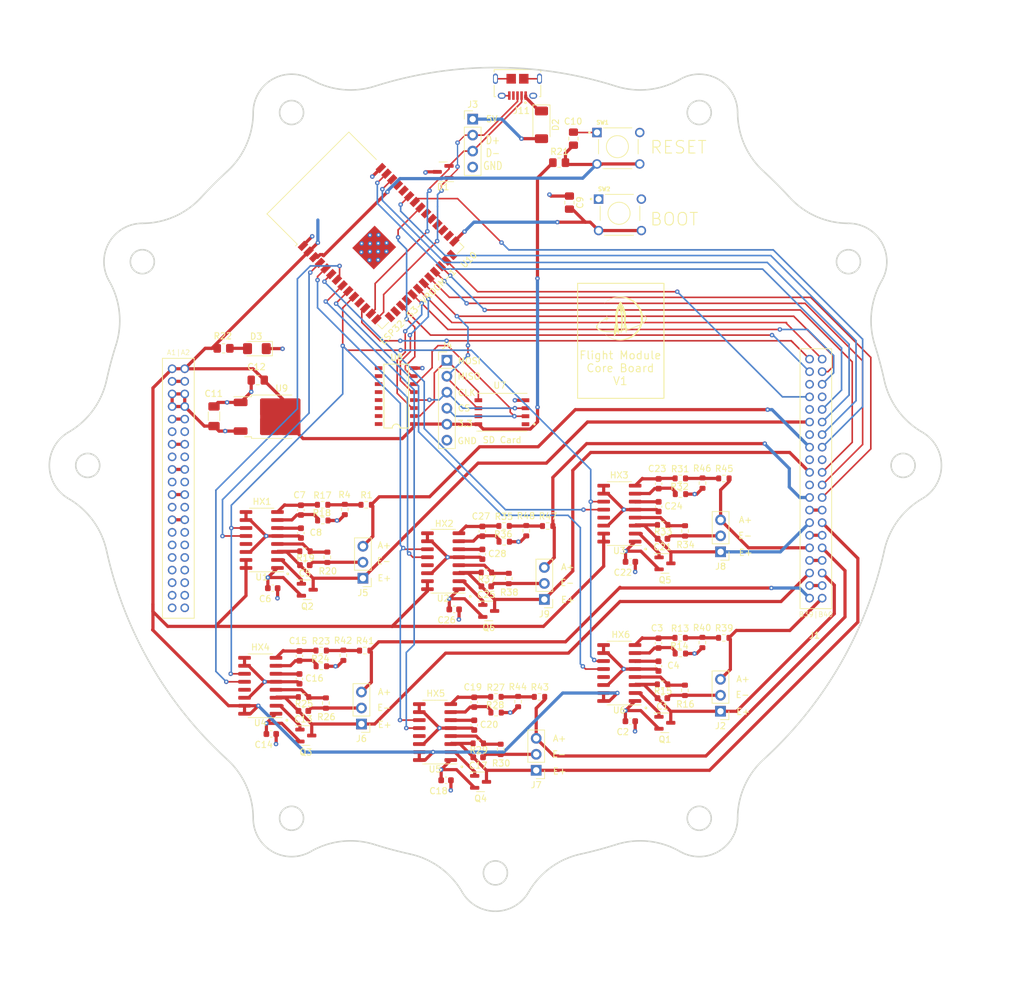
<source format=kicad_pcb>
(kicad_pcb (version 20221018) (generator pcbnew)
  (layers (0 "F.Cu" signal) (1 "In1.Cu" signal) (2 "In2.Cu" signal) (31 "B.Cu" signal) (34 "B.Paste" user) (35 "F.Paste" user) (36 "B.SilkS" user "B.Silkscreen") (37 "F.SilkS" user "F.Silkscreen") (38 "B.Mask" user) (39 "F.Mask" user) (44 "Edge.Cuts" user))
  (net 0 "")
  (net 1 "GND")
  (net 2 "/HX6_E+")
  (net 3 "Net-(U3-INA-)")
  (net 4 "Net-(U3-INA+)")
  (net 5 "Net-(U3-VBG)")
  (net 6 "/HX1_E+")
  (net 7 "Net-(U4-INA-)")
  (net 8 "Net-(U4-INA+)")
  (net 9 "Net-(U4-VBG)")
  (net 10 "/ESP32-S3-WROOM-1-Breakout/BOOT")
  (net 11 "/ESP32-S3-WROOM-1-Breakout/EN")
  (net 12 "/HX4_E+")
  (net 13 "/HX5_E+")
  (net 14 "/HX3_E+")
  (net 15 "/HX2_E+")
  (net 16 "/ESP32-S3-WROOM-1-Breakout/USB_D+")
  (net 17 "/ESP32-S3-WROOM-1-Breakout/USB_D-")
  (net 18 "Net-(D3-A)")
  (net 28 "+5V")
  (net 33 "+3.3V")
  (net 43 "/I2C_SDA")
  (net 44 "/SPI_CLK")
  (net 45 "/I2C_SCL")
  (net 46 "/SPI_MISO")
  (net 47 "/SPI_MOSI")
  (net 48 "/PYRO1EN")
  (net 49 "/TC1_CS")
  (net 50 "/TC2_CS")
  (net 51 "/TC3_CS")
  (net 52 "/HX1_A+")
  (net 53 "/TC4_CS")
  (net 54 "/PYRO2EN")
  (net 55 "/PYRO3EN")
  (net 56 "/HX2_A+")
  (net 57 "/PYRO4EN")
  (net 58 "/HX3_A+")
  (net 59 "/HX5_A+")
  (net 60 "/HX4_A+")
  (net 61 "/HX6_A+")
  (net 62 "Net-(R1-Pad2)")
  (net 63 "/SPI_MOSI_BUF")
  (net 64 "/SPI_CLK_BUF")
  (net 65 "/SD_CS_BUF")
  (net 66 "Net-(R13-Pad2)")
  (net 67 "Net-(R23-Pad2)")
  (net 68 "Net-(R27-Pad2)")
  (net 69 "Net-(R31-Pad2)")
  (net 70 "Net-(R35-Pad2)")
  (net 71 "Net-(Q1-B)")
  (net 72 "Net-(Q2-B)")
  (net 73 "Net-(Q3-B)")
  (net 74 "Net-(Q4-B)")
  (net 75 "Net-(Q5-B)")
  (net 76 "Net-(Q6-B)")
  (net 77 "Net-(U3-VFB)")
  (net 78 "Net-(U4-VFB)")
  (net 79 "/SD_CS")
  (net 80 "/HX_CLK")
  (net 81 "/HX6_DT")
  (net 83 "/HX1_DT")
  (net 85 "/HX2_DT")
  (net 86 "/HX3_DT")
  (net 87 "/HX4_DT")
  (net 88 "/HX5_DT")
  (net 89 "/ESP32-S3-WROOM-1-Breakout/IO18")
  (net 90 "/ESP32-S3-WROOM-1-Breakout/IO10")
  (net 91 "/ESP32-S3-WROOM-1-Breakout/IO38")
  (net 92 "/ESP32-S3-WROOM-1-Breakout/IO39")
  (net 93 "Net-(U6-INA-)")
  (net 94 "Net-(U6-INA+)")
  (net 95 "Net-(U6-VBG)")
  (net 96 "Net-(U1-INA-)")
  (net 97 "Net-(U1-INA+)")
  (net 98 "Net-(U1-VBG)")
  (net 99 "Net-(U5-INA-)")
  (net 100 "Net-(U5-INA+)")
  (net 101 "Net-(U5-VBG)")
  (net 102 "Net-(U2-INA-)")
  (net 103 "Net-(U2-INA+)")
  (net 104 "Net-(U2-VBG)")
  (net 105 "Net-(U6-VFB)")
  (net 106 "Net-(U1-VFB)")
  (net 107 "Net-(U5-VFB)")
  (net 108 "Net-(U2-VFB)")
  (net 131 "Net-(D2-K)")
  (footprint "Resistor_SMD:R_0603_1608Metric" (layer "F.Cu") (at 133.615 126.7 90)
    (fp_text reference "R44")
    (fp_text value "2kΩ")
  )
  (footprint "Resistor_SMD:R_0603_1608Metric" (layer "F.Cu") (at 138.3075 98.795 180)
    (fp_text reference "R47")
    (fp_text value "100kΩ")
  )
  (footprint "Capacitor_SMD:C_0603_1608Metric" (layer "F.Cu") (at 126.64 126.8 90)
    (fp_text reference "C19")
    (fp_text value "0.1uF")
  )
  (footprint "Package_TO_SOT_SMD:SOT-23" (layer "F.Cu") (at 156.9475 104.735)
    (fp_text reference "Q5")
    (fp_text value "MMBT4403LT3G")
  )
  (footprint "Resistor_SMD:R_0603_1608Metric" (layer "F.Cu") (at 132.1325 107.14 90)
    (fp_text reference "R38")
    (fp_text value "8.2kΩ")
  )
  (footprint "Capacitor_SMD:C_0603_1608Metric" (layer "F.Cu") (at 126.64 130.45 90)
    (fp_text reference "C20")
    (fp_text value "0.1uF")
  )
  (footprint "Package_TO_SOT_SMD:SOT-23" (layer "F.Cu") (at 156.9275 130.075)
    (fp_text reference "Q1")
    (fp_text value "MMBT4403LT3G")
  )
  (footprint "Resistor_SMD:R_0603_1608Metric" (layer "F.Cu") (at 130.09 125.95)
    (fp_text reference "R27")
    (fp_text value "100Ω")
  )
  (footprint "Resistor_SMD:R_0603_1608Metric" (layer "F.Cu") (at 159.385 91.225)
    (fp_text reference "R31")
    (fp_text value "100Ω")
  )
  (footprint "Package_TO_SOT_SMD:SOT-23" (layer "F.Cu") (at 100.12 108.927)
    (fp_text reference "Q2")
    (fp_text value "MMBT4403LT3G")
  )
  (footprint "Resistor_SMD:R_0603_1608Metric" (layer "F.Cu") (at 166.29 116.57 180)
    (fp_text reference "R39")
    (fp_text value "100kΩ")
  )
  (footprint "Resistor_SMD:R_0603_1608Metric" (layer "F.Cu") (at 102.35 121.09)
    (fp_text reference "R24")
    (fp_text value "100Ω")
  )
  (footprint "Capacitor_SMD:C_0603_1608Metric" (layer "F.Cu") (at 127.9325 99.64 90)
    (fp_text reference "C27")
    (fp_text value "0.1uF")
  )
  (footprint "Resistor_SMD:R_0603_1608Metric" (layer "F.Cu") (at 128.5825 106.19 180)
    (fp_text reference "R37")
    (fp_text value "20kΩ")
  )
  (footprint "Resistor_SMD:R_0603_1608Metric" (layer "F.Cu") (at 102.325 118.59)
    (fp_text reference "R23")
    (fp_text value "100Ω")
  )
  (footprint "Capacitor_SMD:C_0805_2012Metric_Pad1.18x1.45mm_HandSolder" (layer "F.Cu") (at 141.77 47.385 -90)
    (fp_text reference "C9")
    (fp_text value "1uF")
  )
  (footprint "Package_TO_SOT_SMD:SOT-23" (layer "F.Cu") (at 121.7 42.5 180)
    (fp_text reference "D1")
    (fp_text value "PESD12VL2BT")
  )
  (footprint "Connector_PinHeader_2.54mm:PinHeader_1x03_P2.54mm_Vertical" (layer "F.Cu") (at 137.7825 110.465 180)
    (fp_text reference "J9")
    (fp_text value "Conn_01x03_Pin")
  )
  (footprint "star:star_8x7" (layer "F.Cu") (at 150.025 65.8)
    (fp_text reference "G***" hide)
    (fp_text value "LOGO" hide)
  )
  (footprint "LED_SMD:LED_1206_3216Metric_Pad1.42x1.75mm_HandSolder" (layer "F.Cu") (at 92.1125 70.6 180)
    (fp_text reference "D3")
    (fp_text value "GREEN")
  )
  (footprint "Diode_SMD:D_SOD-128" (layer "F.Cu") (at 137.325 35.025 -90)
    (fp_text reference "D2")
    (fp_text value "D_Schottky")
  )
  (footprint "Capacitor_SMD:C_0603_1608Metric" (layer "F.Cu") (at 94.4 131.85 180)
    (fp_text reference "C14")
    (fp_text value "10uF")
  )
  (footprint "Resistor_SMD:R_0603_1608Metric" (layer "F.Cu") (at 105.85 119.34 90)
    (fp_text reference "R42")
    (fp_text value "2kΩ")
  )
  (footprint "Package_SO:SOP-16_3.9x9.9mm_P1.27mm" (layer "F.Cu") (at 92.65 124.19 180)
    (fp_text reference "U4")
    (fp_text value "HX711")
  )
  (footprint "Resistor_SMD:R_0603_1608Metric" (layer "F.Cu") (at 131.3825 98.79)
    (fp_text reference "R35")
    (fp_text value "100Ω")
  )
  (footprint "RF_Module:ESP32-S3-WROOM-1" (layer "F.Cu") (at 109.341279 51.799857 45)
    (fp_text reference "U10")
    (fp_text value "ESP32-S3-WROOM-1-N16R2")
  )
  (footprint "Capacitor_SMD:C_0603_1608Metric" (layer "F.Cu") (at 155.915 121.065 90)
    (fp_text reference "C4")
    (fp_text value "0.1uF")
  )
  (footprint "Capacitor_SMD:C_0603_1608Metric" (layer "F.Cu") (at 99.7325 105.017 180)
    (fp_text reference "C5")
    (fp_text value "10uF")
  )
  (footprint "Capacitor_SMD:C_0603_1608Metric" (layer "F.Cu") (at 128.5575 108.39 180)
    (fp_text reference "C25")
    (fp_text value "10uF")
  )
  (footprint "Capacitor_SMD:C_0603_1608Metric" (layer "F.Cu") (at 151.46 104.485 180)
    (fp_text reference "C22")
    (fp_text value "10uF")
  )
  (footprint "Capacitor_SMD:C_0603_1608Metric" (layer "F.Cu") (at 94.6325 108.677 180)
    (fp_text reference "C6")
    (fp_text value "10uF")
  )
  (footprint "Capacitor_SMD:C_0805_2012Metric_Pad1.18x1.45mm_HandSolder" (layer "F.Cu") (at 92.25 75.6 180)
    (fp_text reference "C12")
    (fp_text value "22uF")
  )
  (footprint "1825910-6:SW_1825910-6-4" (layer "F.Cu") (at 149.65 49.08)
    (fp_text reference "SW2")
    (fp_text value "1825910-6")
  )
  (footprint "Capacitor_SMD:C_0603_1608Metric" (layer "F.Cu") (at 127.265 135.55 180)
    (fp_text reference "C17")
    (fp_text value "10uF")
  )
  (footprint "Capacitor_SMD:C_0603_1608Metric" (layer "F.Cu") (at 155.935 92.075 90)
    (fp_text reference "C23")
    (fp_text value "0.1uF")
  )
  (footprint "Capacitor_SMD:C_1206_3216Metric_Pad1.33x1.80mm_HandSolder" (layer "F.Cu") (at 85.3 81.35 90)
    (fp_text reference "C11")
    (fp_text value "10uF")
  )
  (footprint "Resistor_SMD:R_0603_1608Metric" (layer "F.Cu") (at 130.115 128.45)
    (fp_text reference "R28")
    (fp_text value "100Ω")
  )
  (footprint "Capacitor_SMD:C_0603_1608Metric" (layer "F.Cu") (at 156.56 100.825 180)
    (fp_text reference "C21")
    (fp_text value "10uF")
  )
  (footprint "Capacitor_SMD:C_0805_2012Metric_Pad1.18x1.45mm_HandSolder" (layer "F.Cu") (at 142.405 37.225 -90)
    (fp_text reference "C10")
    (fp_text value "1uF")
  )
  (footprint "Resistor_SMD:R_0603_1608Metric" (layer "F.Cu") (at 109.4825 95.422 180)
    (fp_text reference "R1")
    (fp_text value "100kΩ")
  )
  (footprint "Resistor_SMD:R_0603_1608Metric" (layer "F.Cu") (at 156.585 98.625 180)
    (fp_text reference "R33")
    (fp_text value "20kΩ")
  )
  (footprint "Connector_PinHeader_2.54mm:PinHeader_1x03_P2.54mm_Vertical" (layer "F.Cu") (at 165.785 102.9 180)
    (fp_text reference "J8")
    (fp_text value "Conn_01x03_Pin")
  )
  (footprint "Stack_Shape:Stack_Shape" (layer "F.Cu") (at 131.05 90.313169)
    (fp_text reference "J1")
    (fp_text value "Stack_Shape")
    (fp_arc (start -68.865786 4.12567) (mid -71.90894 -1.15082) (end -68.865786 -6.42731) (stroke (width 0.25)) (layer "Edge.Cuts"))
    (fp_arc (start -68.865786 4.12567) (mid -64.972067 7.625074) (end -62.820707 12.39776) (stroke (width 0.25)) (layer "Edge.Cuts"))
    (fp_arc (start -62.820707 -14.6994) (mid -64.972067 -9.926714) (end -68.865786 -6.42731) (stroke (width 0.25)) (layer "Edge.Cuts"))
    (fp_arc (start -62.820707 -14.6994) (mid -62.133886 -17.52009) (end -61.318346 -20.306289) (stroke (width 0.25)) (layer "Edge.Cuts"))
    (fp_arc (start -62.417492 -30.492668) (mid -60.795135 -25.515236) (end -61.318346 -20.306289) (stroke (width 0.25)) (layer "Edge.Cuts"))
    (fp_arc (start -62.417492 -30.492668) (mid -62.414696 -36.58382) (end -57.141002 -39.631817) (stroke (width 0.25)) (layer "Edge.Cuts"))
    (fp_arc (start -47.769766 -43.773118) (mid -52.019241 -40.715531) (end -57.141002 -39.631817) (stroke (width 0.25)) (layer "Edge.Cuts"))
    (fp_arc (start -47.769766 -43.773118) (mid -45.764615 -45.872495) (end -43.665238 -47.877646) (stroke (width 0.25)) (layer "Edge.Cuts"))
    (fp_arc (start -43.665238 45.576006) (mid -55.815583 30.47218) (end -62.820707 12.39776) (stroke (width 0.25)) (layer "Edge.Cuts"))
    (fp_arc (start -43.665238 45.576006) (mid -40.607651 49.825481) (end -39.523937 54.947242) (stroke (width 0.25)) (layer "Edge.Cuts"))
    (fp_arc (start -39.523937 -57.248882) (mid -40.607651 -52.127121) (end -43.665238 -47.877646) (stroke (width 0.25)) (layer "Edge.Cuts"))
    (fp_arc (start -39.523937 -57.248882) (mid -36.47594 -62.522576) (end -30.384788 -62.525372) (stroke (width 0.25)) (layer "Edge.Cuts"))
    (fp_arc (start -30.384788 60.223732) (mid -36.47594 60.220936) (end -39.523937 54.947242) (stroke (width 0.25)) (layer "Edge.Cuts"))
    (fp_arc (start -30.384788 60.223732) (mid -25.407356 58.601375) (end -20.198409 59.124586) (stroke (width 0.25)) (layer "Edge.Cuts"))
    (fp_arc (start -20.198409 -61.426226) (mid -25.407356 -60.903015) (end -30.384788 -62.525372) (stroke (width 0.25)) (layer "Edge.Cuts"))
    (fp_arc (start -20.198409 -61.426226) (mid -1.04294 -64.39682) (end 18.112529 -61.426226) (stroke (width 0.25)) (layer "Edge.Cuts"))
    (fp_arc (start -14.59152 60.626947) (mid -17.41221 59.940126) (end -20.198409 59.124586) (stroke (width 0.25)) (layer "Edge.Cuts"))
    (fp_arc (start -14.59152 60.626947) (mid -9.818834 62.778307) (end -6.31943 66.672026) (stroke (width 0.25)) (layer "Edge.Cuts"))
    (fp_arc (start 4.23355 66.672026) (mid -1.04294 69.71518) (end -6.31943 66.672026) (stroke (width 0.25)) (layer "Edge.Cuts"))
    (fp_arc (start 4.23355 66.672026) (mid 7.732954 62.778306) (end 12.50564 60.626947) (stroke (width 0.25)) (layer "Edge.Cuts"))
    (fp_arc (start 18.112529 59.124586) (mid 15.326329 59.940125) (end 12.50564 60.626947) (stroke (width 0.25)) (layer "Edge.Cuts"))
    (fp_arc (start 18.112529 59.124586) (mid 23.321474 58.60138) (end 28.298908 60.223732) (stroke (width 0.25)) (layer "Edge.Cuts"))
    (fp_arc (start 28.298908 -62.525372) (mid 23.321476 -60.903012) (end 18.112529 -61.426226) (stroke (width 0.25)) (layer "Edge.Cuts"))
    (fp_arc (start 28.298908 -62.525372) (mid 34.390059 -62.522577) (end 37.438057 -57.248882) (stroke (width 0.25)) (layer "Edge.Cuts"))
    (fp_arc (start 37.438057 54.947242) (mid 34.390075 60.220964) (end 28.298908 60.223732) (stroke (width 0.25)) (layer "Edge.Cuts"))
    (fp_arc (start 37.438057 54.947242) (mid 38.521763 49.825477) (end 41.579358 45.576006) (stroke (width 0.25)) (layer "Edge.Cuts"))
    (fp_arc (start 41.579358 -47.877646) (mid 38.521771 -52.127121) (end 37.438057 -57.248882) (stroke (width 0.25)) (layer "Edge.Cuts"))
    (fp_arc (start 41.579358 -47.877646) (mid 43.678735 -45.872495) (end 45.683886 -43.773118) (stroke (width 0.25)) (layer "Edge.Cuts"))
    (fp_arc (start 55.055122 -39.631817) (mid 49.933357 -40.715523) (end 45.683886 -43.773118) (stroke (width 0.25)) (layer "Edge.Cuts"))
    (fp_arc (start 55.055122 -39.631817) (mid 60.328917 -36.583867) (end 60.331612 -30.492668) (stroke (width 0.25)) (layer "Edge.Cuts"))
    (fp_arc (start 59.232466 -20.306289) (mid 58.709255 -25.515236) (end 60.331612 -30.492668) (stroke (width 0.25)) (layer "Edge.Cuts"))
    (fp_arc (start 59.232466 -20.306289) (mid 60.048005 -17.520089) (end 60.734827 -14.6994) (stroke (width 0.25)) (layer "Edge.Cuts"))
    (fp_arc (start 60.734827 12.39776) (mid 53.729703 30.47218) (end 41.579358 45.576006) (stroke (width 0.25)) (layer "Edge.Cuts"))
    (fp_arc (start 60.734827 12.39776) (mid 62.886199 7.625083) (end 66.779906 4.12567) (stroke (width 0.25)) (layer "Edge.Cuts"))
    (fp_arc (start 66.779906 -6.42731) (mid 62.886186 -9.926714) (end 60.734827 -14.6994) (stroke (width 0.25)) (layer "Edge.Cuts"))
    (fp_arc (start 66.779906 -6.42731) (mid 69.82306 -1.15082) (end 66.779906 4.12567) (stroke (width 0.25)) (layer "Edge.Cuts"))
    (fp_circle (center -65.81294 -1.15082) (end -63.90794 -1.15082) (stroke (width 0.25)) (fill none) (layer "Edge.Cuts"))
    (fp_circle (center -57.135405 -33.53582) (end -55.230405 -33.53582) (stroke (width 0.25)) (fill none) (layer "Edge.Cuts"))
    (fp_circle (center -33.42794 -57.243285) (end -31.52294 -57.243285) (stroke (width 0.25)) (fill none) (layer "Edge.Cuts"))
    (fp_circle (center -33.42794 54.941645) (end -31.52294 54.941645) (stroke (width 0.25)) (fill none) (layer "Edge.Cuts"))
    (fp_circle (center -1.04294 63.61918) (end 0.86206 63.61918) (stroke (width 0.25)) (fill none) (layer "Edge.Cuts"))
    (fp_circle (center 31.34206 -57.243285) (end 33.24706 -57.243285) (stroke (width 0.25)) (fill none) (layer "Edge.Cuts"))
    (fp_circle (center 31.34206 54.941645) (end 33.24706 54.941645) (stroke (width 0.25)) (fill none) (layer "Edge.Cuts"))
    (fp_circle (center 55.049525 -33.53582) (end 56.954525 -33.53582) (stroke (width 0.25)) (fill none) (layer "Edge.Cuts"))
    (fp_circle (center 63.72706 -1.15082) (end 65.63206 -1.15082) (stroke (width 0.25)) (fill none) (layer "Edge.Cuts"))
  )
  (footprint "Resistor_SMD:R_0603_1608Metric" (layer "F.Cu") (at 130.84 134.3 90)
    (fp_text reference "R30")
    (fp_text value "8.2kΩ")
  )
  (footprint "Capacitor_SMD:C_0603_1608Metric" (layer "F.Cu") (at 98.875 119.44 90)
    (fp_text reference "C15")
    (fp_text value "0.1uF")
  )
  (footprint "Capacitor_SMD:C_0603_1608Metric" (layer "F.Cu") (at 127.9325 103.29 90)
    (fp_text reference "C28")
    (fp_text value "0.1uF")
  )
  (footprint "Capacitor_SMD:C_0603_1608Metric" (layer "F.Cu") (at 123.4575 112.05 180)
    (fp_text reference "C26")
    (fp_text value "10uF")
  )
  (footprint "Resistor_SMD:R_0603_1608Metric" (layer "F.Cu") (at 160.115 124.915 90)
    (fp_text reference "R16")
    (fp_text value "8.2kΩ")
  )
  (footprint "Resistor_SMD:R_0603_1608Metric" (layer "F.Cu") (at 99.525 125.99 180)
    (fp_text reference "R25")
    (fp_text value "20kΩ")
  )
  (footprint "Connector_PinHeader_2.54mm:PinHeader_1x03_P2.54mm_Vertical" (layer "F.Cu") (at 108.9575 107.092 180)
    (fp_text reference "J5")
    (fp_text value "Conn_01x03_Pin")
  )
  (footprint "Capacitor_SMD:C_0603_1608Metric" (layer "F.Cu") (at 151.44 129.825 180)
    (fp_text reference "C2")
    (fp_text value "10uF")
  )
  (footprint "Package_TO_SOT_SMD:SOT-23" (layer "F.Cu") (at 99.8875 132.1)
    (fp_text reference "Q3")
    (fp_text value "MMBT4403LT3G")
  )
  (footprint "Package_SO:SOP-16_3.9x9.9mm_P1.27mm" (layer "F.Cu") (at 120.415 131.55 180)
    (fp_text reference "U5")
    (fp_text value "HX711")
  )
  (footprint "Resistor_SMD:R_0603_1608Metric" (layer "F.Cu") (at 156.565 123.965 180)
    (fp_text reference "R15")
    (fp_text value "20kΩ")
  )
  (footprint "Resistor_SMD:R_0603_1608Metric" (layer "F.Cu") (at 131.4075 101.29)
    (fp_text reference "R36")
    (fp_text value "100Ω")
  )
  (footprint "Package_SO:SOP-16_3.9x9.9mm_P1.27mm" (layer "F.Cu") (at 121.7075 104.39 180)
    (fp_text reference "U2")
    (fp_text value "HX711")
  )
  (footprint "Capacitor_SMD:C_0603_1608Metric" (layer "F.Cu") (at 122.165 139.21 180)
    (fp_text reference "C18")
    (fp_text value "10uF")
  )
  (footprint "Resistor_SMD:R_0603_1608Metric" (layer "F.Cu") (at 127.29 133.35 180)
    (fp_text reference "R29")
    (fp_text value "20kΩ")
  )
  (footprint "Resistor_SMD:R_0603_1608Metric" (layer "F.Cu") (at 159.365 116.565)
    (fp_text reference "R13")
    (fp_text value "100Ω")
  )
  (footprint "1825910-6:SW_1825910-6-4" (layer "F.Cu") (at 149.39 38.495)
    (fp_text reference "SW1")
    (fp_text value "1825910-6")
  )
  (footprint "Connector_PinHeader_2.54mm:PinHeader_1x03_P2.54mm_Vertical" (layer "F.Cu") (at 136.49 137.625 180)
    (fp_text reference "J7")
    (fp_text value "Conn_01x03_Pin")
  )
  (footprint "Connector_PinHeader_2.54mm:PinHeader_1x06_P2.54mm_Vertical" (layer "F.Cu") (at 122.3 72.45)
    (fp_text reference "J4")
    (fp_text value "Conn_01x06_Pin")
  )
  (footprint "Resistor_SMD:R_0603_1608Metric" (layer "F.Cu") (at 159.41 93.725)
    (fp_text reference "R32")
    (fp_text value "100Ω")
  )
  (footprint "Resistor_SMD:R_0603_1608Metric" (layer "F.Cu") (at 103.3075 103.767 90)
    (fp_text reference "R20")
    (fp_text value "8.2kΩ")
  )
  (footprint "Resistor_SMD:R_0603_1608Metric" (layer "F.Cu") (at 160.135 99.575 90)
    (fp_text reference "R34")
    (fp_text value "8.2kΩ")
  )
  (footprint "Capacitor_SMD:C_0603_1608Metric" (layer "F.Cu") (at 99.1075 96.267 90)
    (fp_text reference "C7")
    (fp_text value "0.1uF")
  )
  (footprint "Resistor_SMD:R_0603_1608Metric" (layer "F.Cu") (at 103.075 126.94 90)
    (fp_text reference "R26")
    (fp_text value "8.2kΩ")
  )
  (footprint "XTSD04GLGEAG:SON127P600X800X95-8N" (layer "F.Cu") (at 131.045 80.71 180)
    (fp_text reference "U7")
    (fp_text value "XTSD04GLGEAG")
  )
  (footprint "Resistor_SMD:R_0603_1608Metric" (layer "F.Cu") (at 102.5825 97.917)
    (fp_text reference "R18")
    (fp_text value "100Ω")
  )
  (footprint "Connector_PinHeader_2.54mm:PinHeader_1x03_P2.54mm_Vertical" (layer "F.Cu") (at 165.765 128.24 180)
    (fp_text reference "J2")
    (fp_text value "Conn_01x03_Pin")
  )
  (footprint "Resistor_SMD:R_0603_1608Metric" (layer "F.Cu") (at 109.25 118.595 180)
    (fp_text reference "R41")
    (fp_text value "100kΩ")
  )
  (footprint "Package_TO_SOT_SMD:SOT-23" (layer "F.Cu") (at 128.945 112.3)
    (fp_text reference "Q6")
    (fp_text value "MMBT4403LT3G")
  )
  (footprint "Resistor_SMD:R_0603_1608Metric" (layer "F.Cu") (at 162.91 91.975 90)
    (fp_text reference "R46")
    (fp_text value "2kΩ")
  )
  (footprint "Package_TO_SOT_SMD:TO-252-2" (layer "F.Cu") (at 94.565 81.425)
    (fp_text reference "U9")
    (fp_text value "AZ1084-3.3")
  )
  (footprint "Package_TO_SOT_SMD:SOT-23" (layer "F.Cu") (at 127.6525 139.46)
    (fp_text reference "Q4")
    (fp_text value "MMBT4403LT3G")
  )
  (footprint "Connector_PinHeader_2.54mm:PinHeader_1x04_P2.54mm_Vertical" (layer "F.Cu") (at 126.4 34.12)
    (fp_text reference "J3")
    (fp_text value "Probe_points")
  )
  (footprint "Resistor_SMD:R_0603_1608Metric" (layer "F.Cu") (at 166.31 91.23 180)
    (fp_text reference "R45")
    (fp_text value "100kΩ")
  )
  (footprint "Resistor_SMD:R_0603_1608Metric" (layer "F.Cu") (at 99.7575 102.817 180)
    (fp_text reference "R19")
    (fp_text value "20kΩ")
  )
  (footprint "Resistor_SMD:R_0603_1608Metric" (layer "F.Cu") (at 159.39 119.065)
    (fp_text reference "R14")
    (fp_text value "100Ω")
  )
  (footprint "Package_SO:SOP-16_3.9x9.9mm_P1.27mm" (layer "F.Cu") (at 149.71 96.825 180)
    (fp_text reference "U3")
    (fp_text value "HX711")
  )
  (footprint "Resistor_SMD:R_0603_1608Metric" (layer "F.Cu") (at 106.0825 96.167 90)
    (fp_text reference "R4")
    (fp_text value "2kΩ")
  )
  (footprint "MicroUSB:AMPHENOL_10118194-0011LF" (layer "F.Cu") (at 133.515 27.7 180)
    (fp_text reference "J11")
    (fp_text value "10118194-0011LF" hide)
  )
  (footprint "Package_SO:SOP-16_3.9x9.9mm_P1.27mm" (layer "F.Cu") (at 149.69 122.165 180)
    (fp_text reference "U6")
    (fp_text value "HX711")
  )
  (footprint "Resistor_SMD:R_0603_1608Metric" (layer "F.Cu") (at 134.9075 99.54 90)
    (fp_text reference "R48")
    (fp_text value "2kΩ")
  )
  (footprint "Capacitor_SMD:C_0603_1608Metric" (layer "F.Cu") (at 155.915 117.415 90)
    (fp_text reference "C3")
    (fp_text value "0.1uF")
  )
  (footprint "Connector_PinHeader_2.54mm:PinHeader_1x03_P2.54mm_Vertical" (layer "F.Cu") (at 108.725 130.265 180)
    (fp_text reference "J6")
    (fp_text value "Conn_01x03_Pin")
  )
  (footprint "Resistor_SMD:R_0603_1608Metric" (layer "F.Cu") (at 102.5575 95.417)
    (fp_text reference "R17")
    (fp_text value "100Ω")
  )
  (footprint "Capacitor_SMD:C_0603_1608Metric" (layer "F.Cu") (at 155.935 95.725 90)
    (fp_text reference "C24")
    (fp_text value "0.1uF")
  )
  (footprint "Resistor_SMD:R_0805_2012Metric_Pad1.20x1.40mm_HandSolder" (layer "F.Cu") (at 86.8125 70.55 180)
    (fp_text reference "R22")
    (fp_text value "300")
  )
  (footprint "Capacitor_SMD:C_0603_1608Metric" (layer "F.Cu") (at 98.875 123.09 90)
    (fp_text reference "C16")
    (fp_text value "0.1uF")
  )
  (footprint "Capacitor_SMD:C_0603_1608Metric" (layer "F.Cu") (at 156.54 126.165 180)
    (fp_text reference "C1")
    (fp_text value "10uF")
  )
  (footprint "Resistor_SMD:R_0805_2012Metric_Pad1.20x1.40mm_HandSolder" (layer "F.Cu") (at 140.135 41.035)
    (fp_text reference "R21")
    (fp_text value "10k")
  )
  (footprint "Capacitor_SMD:C_0603_1608Metric" (layer "F.Cu") (at 99.1075 99.917 90)
    (fp_text reference "C8")
    (fp_text value "0.1uF")
  )
  (footprint "Package_SO:SOP-16_3.9x9.9mm_P1.27mm" (layer "F.Cu") (at 92.8825 101.017 180)
    (fp_text reference "U1")
    (fp_text value "HX711")
  )
  (footprint "Capacitor_SMD:C_0603_1608Metric" (layer "F.Cu") (at 99.5 128.19 180)
    (fp_text reference "C13")
    (fp_text value "10uF")
  )
  (footprint "74HC4050D:SO16" (layer "F.Cu") (at 114.25 78.14 90)
    (fp_text reference "U8")
    (fp_text value "74HC4050D")
  )
  (footprint "Resistor_SMD:R_0603_1608Metric" (layer "F.Cu") (at 162.89 117.315 90)
    (fp_text reference "R40")
    (fp_text value "2kΩ")
  )
  (footprint "Resistor_SMD:R_0603_1608Metric" (layer "F.Cu") (at 137.015 125.955 180)
    (fp_text reference "R43")
    (fp_text value "100kΩ")
  )
  (gr_rect (start 143.0682 60.212) (end 156.7842 78.5) (stroke (width 0.15)) (fill none) (layer "F.SilkS"))
  (gr_text "E+" (at 140.35 111.1) (layer "F.SilkS") (effects (font (size 1 1)) (justify left bottom)))
  (gr_text "SD Card" (at 127.9 85.7) (layer "F.SilkS") (effects (font (size 1 1)) (justify left bottom)))
  (gr_text "ESP32-S3-VROOM-1" (at 112.25 70.2 45) (layer "F.SilkS") (effects (font (size 1 1)) (justify left bottom)))
  (gr_text "A+" (at 140.35 105.9) (layer "F.SilkS") (effects (font (size 1 1)) (justify left bottom)))
  (gr_text "A+" (at 168.6 98.4) (layer "F.SilkS") (effects (font (size 1 1)) (justify left bottom)))
  (gr_text "E+" (at 168.2 128.9) (layer "F.SilkS") (effects (font (size 1 1)) (justify left bottom)))
  (gr_text "E-" (at 168.1 126.2) (layer "F.SilkS") (effects (font (size 1 1)) (justify left bottom)))
  (gr_text "A+" (at 139.05 133.15) (layer "F.SilkS") (effects (font (size 1 1)) (justify left bottom)))
  (gr_text "MISO" (at 123.9 75.6) (layer "F.SilkS") (effects (font (size 1 1)) (justify left bottom)))
  (gr_text "5V" (at 128.435 34.685) (layer "F.SilkS") (effects (font (size 1 1)) (justify left bottom)))
  (gr_text "E+" (at 139.05 138.35) (layer "F.SilkS") (effects (font (size 1 1)) (justify left bottom)))
  (gr_text "E-" (at 138.95 135.65) (layer "F.SilkS") (effects (font (size 1 1)) (justify left bottom)))
  (gr_text "E+" (at 168.6 103.6) (layer "F.SilkS") (effects (font (size 1 1)) (justify left bottom)))
  (gr_text "HX2" (at 120.3 99) (layer "F.SilkS") (effects (font (size 1 1)) (justify left bottom)))
  (gr_text "D+\nD-\nGND" (at 129.6 39.5) (layer "F.SilkS") (effects (font (size 1.27 1))))
  (gr_text "MOSI" (at 123.95 73.15) (layer "F.SilkS") (effects (font (size 1 1)) (justify left bottom)))
  (gr_text "HX3" (at 148.1 91.3) (layer "F.SilkS") (effects (font (size 1 1)) (justify left bottom)))
  (gr_text "HX4" (at 91.1 118.65) (layer "F.SilkS") (effects (font (size 1 1)) (justify left bottom)))
  (gr_text "E+" (at 111.25 130.95) (layer "F.SilkS") (effects (font (size 1 1)) (justify left bottom)))
  (gr_text "Flight Module\nCore Board\nV1" (at 149.85 73.6994) (layer "F.SilkS") (effects (font (size 1.27 1.27))))
  (gr_text "RESET" (at 154.47 39.765) (layer "F.SilkS") (effects (font (size 2 2)) (justify left bottom)))
  (gr_text "E+" (at 111.2 107.65) (layer "F.SilkS") (effects (font (size 1 1)) (justify left bottom)))
  (gr_text "CS" (at 123.95 80.65) (layer "F.SilkS") (effects (font (size 1 1)) (justify left bottom)))
  (gr_text "CLK" (at 123.95 78.2) (layer "F.SilkS") (effects (font (size 1 1)) (justify left bottom)))
  (gr_text "A+" (at 168.2 123.7) (layer "F.SilkS") (effects (font (size 1 1)) (justify left bottom)))
  (gr_text "GND" (at 123.9 85.85) (layer "F.SilkS") (effects (font (size 1 1)) (justify left bottom)))
  (gr_text "E-" (at 111.1 104.95) (layer "F.SilkS") (effects (font (size 1 1)) (justify left bottom)))
  (gr_text "HX1" (at 91.35 95.5) (layer "F.SilkS") (effects (font (size 1 1)) (justify left bottom)))
  (gr_text "A+" (at 111.2 102.45) (layer "F.SilkS") (effects (font (size 1 1)) (justify left bottom)))
  (gr_text "BOOT" (at 154.47 51.195) (layer "F.SilkS") (effects (font (size 2 2)) (justify left bottom)))
  (gr_text "HX6" (at 148.35 116.65) (layer "F.SilkS") (effects (font (size 1 1)) (justify left bottom)))
  (gr_text "E-" (at 168.5 100.9) (layer "F.SilkS") (effects (font (size 1 1)) (justify left bottom)))
  (gr_text "E-" (at 140.25 108.4) (layer "F.SilkS") (effects (font (size 1 1)) (justify left bottom)))
  (gr_text "E-" (at 111.15 128.25) (layer "F.SilkS") (effects (font (size 1 1)) (justify left bottom)))
  (gr_text "HX5" (at 118.95 126) (layer "F.SilkS") (effects (font (size 1 1)) (justify left bottom)))
  (gr_text "3.3" (at 123.9 83.1) (layer "F.SilkS") (effects (font (size 1 1)) (justify left bottom)))
  (gr_text "A+" (at 111.25 125.75) (layer "F.SilkS") (effects (font (size 1 1)) (justify left bottom)))
  (segment (start 138.8275 46.3475) (end 138.595 46.115) (width 0.508) (layer "F.Cu") (net 1))
  (segment (start 147.870553 98.73) (end 150.410553 96.19) (width 0.508) (layer "F.Cu") (net 1))
  (segment (start 90.810553 121.015) (end 90.15 121.015) (width 0.508) (layer "F.Cu") (net 1))
  (segment (start 150.390553 121.53) (end 147.850553 118.99) (width 0.508) (layer "F.Cu") (net 1))
  (segment (start 91.2125 75.6) (end 91.2125 77.4575) (width 0.508) (layer "F.Cu") (net 1))
  (segment (start 134.79 78.805) (end 133.11 78.805) (width 0.508) (layer "F.Cu") (net 1))
  (segment (start 161.985 93.725) (end 161.66 93.725) (width 0.508) (layer "F.Cu") (net 1))
  (segment (start 78.65 75.8) (end 80.65 75.8) (width 0.508) (layer "F.Cu") (net 1))
  (segment (start 122.94 139.21) (end 122.94 140.785) (width 0.508) (layer "F.Cu") (net 1))
  (segment (start 78.65 89.8) (end 80.65 89.8) (width 0.508) (layer "F.Cu") (net 1))
  (segment (start 105.1575 97.917) (end 106.0825 96.992) (width 0.508) (layer "F.Cu") (net 1))
  (segment (start 147.19 124.07) (end 147.850553 124.07) (width 0.508) (layer "F.Cu") (net 1))
  (segment (start 117.05 73.695) (end 118.395 73.695) (width 0.508) (layer "F.Cu") (net 1))
  (segment (start 91.2125 77.4575) (end 89.525 79.145) (width 0.508) (layer "F.Cu") (net 1))
  (segment (start 120.7625 42.5) (end 119 42.5) (width 0.508) (layer "F.Cu") (net 1))
  (segment (start 147.21 93.65) (end 147.21 92.38) (width 0.508) (layer "F.Cu") (net 1))
  (segment (start 131.015 30.4) (end 132.19 30.4) (width 0.254) (layer "F.Cu") (net 1))
  (segment (start 133.9825 101.29) (end 134.9075 100.365) (width 0.508) (layer "F.Cu") (net 1))
  (segment (start 119 42.5) (end 118.9 42.6) (width 0.508) (layer "F.Cu") (net 1))
  (segment (start 179.92 108.263069) (end 181.92 108.263069) (width 0.508) (layer "F.Cu") (net 1))
  (segment (start 132.19 30.4) (end 132.215 30.375) (width 0.254) (layer "F.Cu") (net 1))
  (segment (start 100.74 127.725) (end 108.725 127.725) (width 0.508) (layer "F.Cu") (net 1))
  (segment (start 100.5075 105.017) (end 100.9725 104.552) (width 0.508) (layer "F.Cu") (net 1))
  (segment (start 96.1625 70.6) (end 96.1875 70.625) (width 0.508) (layer "F.Cu") (net 1))
  (segment (start 91.043053 102.922) (end 93.583053 100.382) (width 0.508) (layer "F.Cu") (net 1))
  (segment (start 142.4625 36.245) (end 146.14 36.245) (width 0.254) (layer "F.Cu") (net 1))
  (segment (start 117.915 128.375) (end 117.915 127.105) (width 0.508) (layer "F.Cu") (net 1))
  (segment (start 152.21 96.19) (end 155.625 96.19) (width 0.508) (layer "F.Cu") (net 1))
  (segment (start 152.235 106.06) (end 152.21 106.085) (width 0.508) (layer "F.Cu") (net 1))
  (segment (start 157.335 100.825) (end 157.8 100.36) (width 0.508) (layer "F.Cu") (net 1))
  (segment (start 90.15 126.095) (end 90.810553 126.095) (width 0.508) (layer "F.Cu") (net 1))
  (segment (start 99.434713 54.26766) (end 99.434713 54.215287) (width 0.508) (layer "F.Cu") (net 1))
  (segment (start 128.505 135.085) (end 136.49 135.085) (width 0.508) (layer "F.Cu") (net 1))
  (segment (start 100.275 128.19) (end 100.74 127.725) (width 0.508) (layer "F.Cu") (net 1))
  (segment (start 93.6 70.6) (end 96.1625 70.6) (width 0.508) (layer "F.Cu") (net 1))
  (segment (start 161.985 93.725) (end 162.91 92.8) (width 0.508) (layer "F.Cu") (net 1))
  (segment (start 118.395 73.695) (end 118.4 73.7) (width 0.508) (layer "F.Cu") (net 1))
  (segment (start 105.1575 97.917) (end 104.8325 97.917) (width 0.508) (layer "F.Cu") (net 1))
  (segment (start 78.65 81.8) (end 80.65 81.8) (width 0.508) (layer "F.Cu") (net 1))
  (segment (start 155.605 121.53) (end 155.915 121.84) (width 0.508) (layer "F.Cu") (net 1))
  (segment (start 157.78 125.7) (end 165.765 125.7) (width 0.508) (layer "F.Cu") (net 1))
  (segment (start 85.9425 79.145) (end 85.3 79.7875) (width 0.508) (layer "F.Cu") (net 1))
  (segment (start 119.2075 101.215) (end 119.2075 99.945) (width 0.508) (layer "F.Cu") (net 1))
  (segment (start 78.65 85.8) (end 80.65 85.8) (width 0.508) (layer "F.Cu") (net 1))
  (segment (start 152.235 104.485) (end 152.235 106.06) (width 0.508) (layer "F.Cu") (net 1))
  (segment (start 91.043053 97.842) (end 90.3825 97.842) (width 0.508) (layer "F.Cu") (net 1))
  (segment (start 160.215 119.065) (end 161.64 119.065) (width 0.508) (layer "F.Cu") (net 1))
  (segment (start 90.15 121.015) (end 90.15 119.745) (width 0.508) (layer "F.Cu") (net 1))
  (segment (start 128.04 135.55) (end 128.505 135.085) (width 0.508) (layer "F.Cu") (net 1))
  (segment (start 89.525 79.145) (end 85.9425 79.145) (width 0.508) (layer "F.Cu") (net 1))
  (segment (start 95.3825 100.382) (end 98.7975 100.382) (width 0.508) (layer "F.Cu") (net 1))
  (segment (start 124.2325 113.625) (end 124.2075 113.65) (width 0.508) (layer "F.Cu") (net 1))
  (segment (start 147.870553 93.65) (end 147.21 93.65) (width 0.508) (layer "F.Cu") (net 1))
  (segment (start 126.33 130.915) (end 126.64 131.225) (width 0.508) (layer "F.Cu") (net 1))
  (segment (start 124.2075 103.755) (end 127.6225 103.755) (width 0.508) (layer "F.Cu") (net 1))
  (segment (start 141.77 46.3475) (end 138.8275 46.3475) (width 0.508) (layer "F.Cu") (net 1))
  (segment (start 161.965 119.065) (end 161.64 119.065) (width 0.508) (layer "F.Cu") (net 1))
  (segment (start 78.65 97.8) (end 80.65 97.8) (width 0.508) (layer "F.Cu") (net 1))
  (segment (start 142.405 36.1875) (end 142.4625 36.245) (width 0.254) (layer "F.Cu") (net 1))
  (segment (start 152.215 129.825) (end 152.215 131.4) (width 0.508) (layer "F.Cu") (net 1))
  (segment (start 132.515 27.7) (end 130.015 27.7) (width 0.254) (layer "F.Cu") (net 1))
  (segment (start 90.3825 97.842) (end 90.3825 96.572) (width 0.508) (layer "F.Cu") (net 1))
  (segment (start 129.3325 108.39) (end 129.7975 107.925) (width 0.508) (layer "F.Cu") (net 1))
  (segment (start 104.925 121.09) (end 105.85 120.165) (width 0.508) (layer "F.Cu") (net 1))
  (segment (start 98.7975 100.382) (end 99.1075 100.692) (width 0.508) (layer "F.Cu") (net 1))
  (segment (start 147.850553 118.99) (end 147.19 118.99) (width 0.508) (layer "F.Cu") (net 1))
  (segment (start 95.175 131.85) (end 95.175 133.425) (width 0.508) (layer "F.Cu") (net 1))
  (segment (start 93.350553 123.555) (end 90.810553 121.015) (width 0.508) (layer "F.Cu") (net 1))
  (segment (start 130.94 128.45) (end 132.365 128.45) (width 0.508) (layer "F.Cu") (net 1))
  (segment (start 152.215 131.4) (end 152.19 131.425) (width 0.508) (layer "F.Cu") (net 1))
  (segment (start 99.434713 54.215287) (end 100.9 52.75) (width 0.508) (layer "F.Cu") (net 1))
  (segment (start 122.915 130.915) (end 121.115553 130.915) (width 0.508) (layer "F.Cu") (net 1))
  (segment (start 103.175 121.09) (end 104.6 121.09) (width 0.508) (layer "F.Cu") (net 1))
  (segment (start 134.515 27.7) (end 137.015 27.7) (width 0.254) (layer "F.Cu") (net 1))
  (segment (start 122.408053 103.755) (end 119.868053 101.215) (width 0.508) (layer "F.Cu") (net 1))
  (segment (start 150.410553 96.19) (end 147.870553 93.65) (width 0.508) (layer "F.Cu") (net 1))
  (segment (start 90.3825 102.922) (end 91.043053 102.922) (width 0.508) (layer "F.Cu") (net 1))
  (segment (start 179.92 100.263069) (end 181.92 100.263069) (width 0.508) (layer "F.Cu") (net 1))
  (segment (start 122.915 130.915) (end 126.33 130.915) (width 0.508) (layer "F.Cu") (net 1))
  (segment (start 95.15 123.555) (end 98.565 123.555) (width 0.508) (layer "F.Cu") (net 1))
  (segment (start 93.583053 100.382) (end 91.043053 97.842) (width 0.508) (layer "F.Cu") (net 1))
  (segment (start 103.4075 97.917) (end 104.8325 97.917) (width 0.508) (layer "F.Cu") (net 1))
  (segment (start 95.15 123.555) (end 93.350553 123.555) (width 0.508) (layer "F.Cu") (net 1))
  (segment (start 152.19 121.53) (end 155.605 121.53) (width 0.508) (layer "F.Cu") (net 1))
  (segment (start 160.235 93.725) (end 161.66 93.725) (width 0.508) (layer "F.Cu") (net 1))
  (segment (start 124.2075 103.755) (end 122.408053 103.755) (width 0.508) (layer "F.Cu") (net 1))
  (segment (start 122.94 140.785) (end 122.915 140.81) (width 0.508) (layer "F.Cu") (net 1))
  (segment (start 119.2075 106.295) (end 119.868053 106.295) (width 0.508) (layer "F.Cu") (net 1))
  (segment (start 157.315 126.165) (end 157.78 125.7) (width 0.508) (layer "F.Cu") (net 1))
  (segment (start 98.565 123.555) (end 98.875 123.865) (width 0.508) (layer "F.Cu") (net 1))
  (segment (start 157.8 100.36) (end 165.785 100.36) (width 0.508) (layer "F.Cu") (net 1))
  (segment (start 118.575553 128.375) (end 117.915 128.375) (width 0.508) (layer "F.Cu") (net 1))
  (segment (start 127.6225 103.755) (end 127.9325 104.065) (width 0.508) (layer "F.Cu") (net 1))
  (segment (start 95.4075 110.252) (end 95.3825 110.277) (width 0.508) (layer "F.Cu") (net 1))
  (segment (start 147.21 98.73) (end 147.870553 98.73) (width 0.508) (layer "F.Cu") (net 1))
  (segment (start 152.19 121.53) (end 150.390553 121.53) (width 0.508) (layer "F.Cu") (net 1))
  (segment (start 133.11 78.805) (end 133.1 78.815) (width 0.508) (layer "F.Cu") (net 1))
  (segment (start 90.810553 126.095) (end 93.350553 123.555) (width 0.508) (layer "F.Cu") (net 1))
  (segment (start 152.21 96.19) (end 150.410553 96.19) (width 0.508) (layer "F.Cu") (net 1))
  (segment (start 124.2325 112.05) (end 124.2325 113.625) (width 0.508) (layer "F.Cu") (net 1))
  (segment (start 104.925 121.09) (end 104.6 121.09) (width 0.508) (layer "F.Cu") (net 1))
  (segment (start 129.7975 107.925) (end 137.7825 107.925) (width 0.508) (layer "F.Cu") (net 1))
  (segment (start 132.69 128.45) (end 132.365 128.45) (width 0.508) (layer "F.Cu") (net 1))
  (segment (start 121.115553 130.915) (end 118.575553 128.375) (width 0.508) (layer "F.Cu") (net 1))
  (segment (start 119.868053 101.215) (end 119.2075 101.215) (width 0.508) (layer "F.Cu") (net 1))
  (segment (start 161.965 119.065) (end 162.89 118.14) (width 0.508) (layer "F.Cu") (net 1))
  (segment (start 118.575553 133.455) (end 121.115553 130.915) (width 0.508) (layer "F.Cu") (net 1))
  (segment (start 100.9725 104.552) (end 108.9575 104.552) (width 0.508) (layer "F.Cu") (net 1))
  (segment (start 111.809082 41.893291) (end 110.452373 43.25) (width 0.508) (layer "F.Cu") (net 1))
  (segment (start 95.3825 100.382) (end 93.583053 100.382) (width 0.508) (layer "F.Cu") (net 1))
  (segment (start 179.92 96.263069) (end 181.92 96.263069) (width 0.508) (layer "F.Cu") (net 1))
  (segment (start 132.69 128.45) (end 133.615 127.525) (width 0.508) (layer "F.Cu") (net 1))
  (segment (start 95.175 133.425) (end 95.15 133.45) (width 0.508) (layer "F.Cu") (net 1))
  (segment (start 78.65 93.8) (end 80.65 93.8) (width 0.508) (layer "F.Cu") (net 1))
  (segment (start 119.868053 106.295) (end 122.408053 103.755) (width 0.508) (layer "F.Cu") (net 1))
  (segment (start 147.850553 124.07) (end 150.390553 121.53) (width 0.508) (layer "F.Cu") (net 1))
  (segment (start 95.4075 108.677) (end 95.4075 110.252) (width 0.508) (layer "F.Cu") (net 1))
  (segment (start 155.625 96.19) (end 155.935 96.5) (width 0.508) (layer "F.Cu") (net 1))
  (segment (start 133.9825 101.29) (end 133.6575 101.29) (width 0.508) (layer "F.Cu") (net 1))
  (segment (start 147.19 118.99) (end 147.19 117.72) (width 0.508) (layer "F.Cu") (net 1))
  (segment (start 179.92 104.263069) (end 181.92 104.263069) (width 0.508) (layer "F.Cu") (net 1))
  (segment (start 132.2325 101.29) (end 133.6575 101.29) (width 0.508) (layer "F.Cu") (net 1))
  (segment (start 117.915 133.455) (end 118.575553 133.455) (width 0.508) (layer "F.Cu") (net 1))
  (via (at 118.9 42.6) (size 0.7112) (drill 0.3048) (layers "F.Cu" "B.Cu") (net 1))
  (via (at 91.2125 77.4575) (size 0.7112) (drill 0.3048) (layers "F.Cu" "B.Cu") (net 1))
  (via (at 161.64 119.065) (size 0.7112) (drill 0.3048) (layers "F.Cu" "B.Cu") (net 1))
  (via (at 133.1 78.815) (size 0.7112) (drill 0.3048) (layers "F.Cu" "B.Cu") (net 1))
  (via (at 150.410553 96.19) (size 0.7112) (drill 0.3048) (layers "F.Cu" "B.Cu") (net 1))
  (via (at 96.1875 70.625) (size 0.7112) (drill 0.3048) (layers "F.Cu" "B.Cu") (net 1))
  (via (at 152.19 131.425) (size 0.7112) (drill 0.3048) (layers "F.Cu" "B.Cu") (net 1))
  (via (at 122.915 140.81) (size 0.7112) (drill 0.3048) (layers "F.Cu" "B.Cu") (net 1))
  (via (at 93.350553 123.555) (size 0.7112) (drill 0.3048) (layers "F.Cu" "B.Cu") (net 1))
  (via (at 95.15 133.45) (size 0.7112) (drill 0.3048) (layers "F.Cu" "B.Cu") (net 1))
  (via (at 121.115553 130.915) (size 0.7112) (drill 0.3048) (layers "F.Cu" "B.Cu") (net 1))
  (via (at 124.2075 113.65) (size 0.7112) (drill 0.3048) (layers "F.Cu" "B.Cu") (net 1))
  (via (at 133.6575 101.29) (size 0.7112) (drill 0.3048) (layers "F.Cu" "B.Cu") (net 1))
  (via (at 110.452373 43.25) (size 0.7112) (drill 0.3048) (layers "F.Cu" "B.Cu") (net 1))
  (via (at 152.21 106.085) (size 0.7112) (drill 0.3048) (layers "F.Cu" "B.Cu") (net 1))
  (via (at 104.8325 97.917) (size 0.7112) (drill 0.3048) (layers "F.Cu" "B.Cu") (net 1))
  (via (at 132.365 128.45) (size 0.7112) (drill 0.3048) (layers "F.Cu" "B.Cu") (net 1))
  (via (at 87.375 79.145) (size 0.7112) (drill 0.3048) (layers "F.Cu" "B.Cu") (net 1))
  (via (at 95.3825 110.277) (size 0.7112) (drill 0.3048) (layers "F.Cu" "B.Cu") (net 1))
  (via (at 138.595 46.115) (size 0.7112) (drill 0.3048) (layers "F.Cu" "B.Cu") (net 1))
  (via (at 100.9 52.75) (size 0.7112) (drill 0.3048) (layers "F.Cu" "B.Cu") (net 1))
  (via (at 150.390553 121.53) (size 0.7112) (drill 0.3048) (layers "F.Cu" "B.Cu") (net 1))
  (via (at 104.6 121.09) (size 0.7112) (drill 0.3048) (layers "F.Cu" "B.Cu") (net 1))
  (via (at 93.583053 100.382) (size 0.7112) (drill 0.3048) (layers "F.Cu" "B.Cu") (net 1))
  (via (at 161.66 93.725) (size 0.7112) (drill 0.3048) (layers "F.Cu" "B.Cu") (net 1))
  (via (at 118.4 73.7) (size 0.7112) (drill 0.3048) (layers "F.Cu" "B.Cu") (net 1))
  (via (at 122.408053 103.755) (size 0.7112) (drill 0.3048) (layers "F.Cu" "B.Cu") (net 1))
  (segment (start 181.92 106.263069) (end 183.85 108.193069) (width 0.508) (layer "F.Cu") (net 2))
  (segment (start 183.85 112.74) (end 168.35 128.24) (width 0.508) (layer "F.Cu") (net 2))
  (segment (start 165.765 128.24) (end 168.35 128.24) (width 0.508) (layer "F.Cu") (net 2))
  (segment (start 152.295 123.965) (end 152.19 124.07) (width 0.508) (layer "F.Cu") (net 2))
  (segment (start 152.19 124.07) (end 153.67 124.07) (width 0.508) (layer "F.Cu") (net 2))
  (segment (start 153.67 124.07) (end 155.765 126.165) (width 0.508) (layer "F.Cu") (net 2))
  (segment (start 155.765 126.165) (end 157.865 128.265) (width 0.508) (layer "F.Cu") (net 2))
  (segment (start 157.89 128.24) (end 165.765 128.24) (width 0.508) (layer "F.Cu") (net 2))
  (segment (start 183.85 108.193069) (end 183.85 112.74) (width 0.508) (layer "F.Cu") (net 2))
  (segment (start 157.865 128.265) (end 157.865 130.075) (width 0.508) (layer "F.Cu") (net 2))
  (segment (start 157.865 128.265) (end 157.89 128.24) (width 0.508) (layer "F.Cu") (net 2))
  (segment (start 155.74 123.965) (end 152.295 123.965) (width 0.508) (layer "F.Cu") (net 2))
  (segment (start 156.005 92.78) (end 155.935 92.85) (width 0.508) (layer "F.Cu") (net 3))
  (segment (start 158.585 93.725) (end 158.585 93.355) (width 0.508) (layer "F.Cu") (net 3))
  (segment (start 158.01 92.78) (end 156.005 92.78) (width 0.508) (layer "F.Cu") (net 3))
  (segment (start 154.51 93.63) (end 152.23 93.63) (width 0.508) (layer "F.Cu") (net 3))
  (segment (start 158.585 93.355) (end 158.01 92.78) (width 0.508) (layer "F.Cu") (net 3))
  (segment (start 155.29 92.85) (end 154.51 93.63) (width 0.508) (layer "F.Cu") (net 3))
  (segment (start 152.23 93.63) (end 152.21 93.65) (width 0.508) (layer "F.Cu") (net 3))
  (segment (start 155.935 92.85) (end 155.29 92.85) (width 0.508) (layer "F.Cu") (net 3))
  (segment (start 158.56 91.225) (end 156.01 91.225) (width 0.508) (layer "F.Cu") (net 4))
  (segment (start 153.43 91.3) (end 155.935 91.3) (width 0.508) (layer "F.Cu") (net 4))
  (segment (start 152.21 92.38) (end 153.36 91.23) (width 0.508) (layer "F.Cu") (net 4))
  (segment (start 153.36 91.23) (end 153.43 91.3) (width 0.508) (layer "F.Cu") (net 4))
  (segment (start 156.01 91.225) (end 155.935 91.3) (width 0.508) (layer "F.Cu") (net 4))
  (segment (start 155.935 94.95) (end 152.24 94.95) (width 0.508) (layer "F.Cu") (net 5))
  (segment (start 152.24 94.95) (end 152.21 94.92) (width 0.508) (layer "F.Cu") (net 5))
  (segment (start 138.1 88.8) (end 144.636931 82.263069) (width 0.508) (layer "F.Cu") (net 6))
  (segment (start 144.636931 82.263069) (end 179.92 82.263069) (width 0.508) (layer "F.Cu") (net 6))
  (segment (start 98.9325 102.817) (end 95.4875 102.817) (width 0.508) (layer "F.Cu") (net 6))
  (segment (start 127.2495 88.8) (end 138.1 88.8) (width 0.508) (layer "F.Cu") (net 6))
  (segment (start 95.3825 102.922) (end 96.8625 102.922) (width 0.508) (layer "F.Cu") (net 6))
  (segment (start 98.9575 105.017) (end 101.0575 107.117) (width 0.508) (layer "F.Cu") (net 6))
  (segment (start 108.9575 107.092) (end 127.2495 88.8) (width 0.508) (layer "F.Cu") (net 6))
  (segment (start 101.0575 107.117) (end 101.0825 107.092) (width 0.508) (layer "F.Cu") (net 6))
  (segment (start 101.0825 107.092) (end 108.9575 107.092) (width 0.508) (layer "F.Cu") (net 6))
  (segment (start 101.0575 107.117) (end 101.0575 108.927) (width 0.508) (layer "F.Cu") (net 6))
  (segment (start 96.8625 102.922) (end 98.9575 105.017) (width 0.508) (layer "F.Cu") (net 6))
  (segment (start 95.4875 102.817) (end 95.3825 102.922) (width 0.508) (layer "F.Cu") (net 6))
  (segment (start 97.45 120.995) (end 95.17 120.995) (width 0.508) (layer "F.Cu") (net 7))
  (segment (start 100.95 120.145) (end 98.945 120.145) (width 0.508) (layer "F.Cu") (net 7))
  (segment (start 101.525 120.72) (end 100.95 120.145) (width 0.508) (layer "F.Cu") (net 7))
  (segment (start 98.23 120.215) (end 97.45 120.995) (width 0.508) (layer "F.Cu") (net 7))
  (segment (start 95.17 120.995) (end 95.15 121.015) (width 0.508) (layer "F.Cu") (net 7))
  (segment (start 98.875 120.215) (end 98.23 120.215) (width 0.508) (layer "F.Cu") (net 7))
  (segment (start 101.525 121.09) (end 101.525 120.72) (width 0.508) (layer "F.Cu") (net 7))
  (segment (start 98.945 120.145) (end 98.875 120.215) (width 0.508) (layer "F.Cu") (net 7))
  (segment (start 95.15 119.745) (end 96.3 118.595) (width 0.508) (layer "F.Cu") (net 8))
  (segment (start 96.37 118.665) (end 98.875 118.665) (width 0.508) (layer "F.Cu") (net 8))
  (segment (start 101.5 118.59) (end 98.95 118.59) (width 0.508) (layer "F.Cu") (net 8))
  (segment (start 96.3 118.595) (end 96.37 118.665) (width 0.508) (layer "F.Cu") (net 8))
  (segment (start 98.95 118.59) (end 98.875 118.665) (width 0.508) (layer "F.Cu") (net 8))
  (segment (start 95.18 122.315) (end 95.15 122.285) (width 0.508) (layer "F.Cu") (net 9))
  (segment (start 98.875 122.315) (end 95.18 122.315) (width 0.508) (layer "F.Cu") (net 9))
  (segment (start 125.1 52) (end 125.051039 52) (width 0.508) (layer "F.Cu") (net 10))
  (segment (start 141.77 48.4225) (end 142.2325 48.4225) (width 0.508) (layer "F.Cu") (net 10))
  (segment (start 146.4 51.83) (end 153.2 51.83) (width 0.508) (layer "F.Cu") (net 10))
  (segment (start 142.2325 48.4225) (end 144.31 50.5) (width 0.508) (layer "F.Cu") (net 10))
  (segment (start 145.07 50.5) (end 146.4 51.83) (width 0.508) (layer "F.Cu") (net 10))
  (segment (start 144.31 50.5) (end 145.07 50.5) (width 0.508) (layer "F.Cu") (net 10))
  (segment (start 139.85 50.5) (end 144.31 50.5) (width 0.508) (layer "F.Cu") (net 10))
  (segment (start 125.051039 52) (end 123.483415 53.567624) (width 0.508) (layer "F.Cu") (net 10))
  (via (at 139.85 50.5) (size 0.7112) (drill 0.3048) (layers "F.Cu" "B.Cu") (net 10))
  (via (at 125.1 52) (size 0.7112) (drill 0.3048) (layers "F.Cu" "B.Cu") (net 10))
  (segment (start 126.9 50.5) (end 126.6 50.5) (width 0.508) (layer "B.Cu") (net 10))
  (segment (start 139.85 50.5) (end 126.9 50.5) (width 0.508) (layer "B.Cu") (net 10))
  (segment (start 126.6 50.5) (end 125.1 52) (width 0.508) (layer "B.Cu") (net 10))
  (segment (start 141.42 41.32) (end 141.135 41.035) (width 0.508) (layer "F.Cu") (net 11))
  (segment (start 112.851847 45.681765) (end 102.701689 55.831923) (width 0.508) (layer "F.Cu") (net 11))
  (segment (start 102.528976 55.659209) (end 102.152868 55.659209) (width 0.508) (layer "F.Cu") (net 11))
  (segment (start 102.701689 55.831923) (end 102.528976 55.659209) (width 0.508) (layer "F.Cu") (net 11))
  (segment (start 101.748366 56.063711) (end 101.230764 56.063711) (width 0.508) (layer "F.Cu") (net 11))
  (segment (start 146.925 41.245) (end 152.94 41.245) (width 0.508) (layer "F.Cu") (net 11))
  (segment (start 146.85 41.32) (end 141.42 41.32) (width 0.508) (layer "F.Cu") (net 11))
  (segment (start 102.152868 55.659209) (end 101.748366 56.063711) (width 0.508) (layer "F.Cu") (net 11))
  (segment (start 141.135 41.035) (end 141.135 39.5325) (width 0.508) (layer "F.Cu") (net 11))
  (segment (start 146.85 41.32) (end 146.925 41.245) (width 0.508) (layer "F.Cu") (net 11))
  (segment (start 141.135 39.5325) (end 142.405 38.2625) (width 0.508) (layer "F.Cu") (net 11))
  (via (at 112.851847 45.681765) (size 0.7112) (drill 0.3048) (layers "F.Cu" "B.Cu") (net 11))
  (segment (start 146.14 41.245) (end 143.879246 43.505754) (width 0.508) (layer "B.Cu") (net 11))
  (segment (start 114.825 43.575) (end 112.851847 45.548153) (width 0.508) (layer "B.Cu") (net 11))
  (segment (start 143.879246 43.505754) (end 121.519246 43.505754) (width 0.508) (layer "B.Cu") (net 11))
  (segment (start 112.851847 45.548153) (end 112.851847 45.681765) (width 0.508) (layer "B.Cu") (net 11))
  (segment (start 121.45 43.575) (end 114.825 43.575) (width 0.508) (layer "B.Cu") (net 11))
  (segment (start 121.519246 43.505754) (end 121.45 43.575) (width 0.508) (layer "B.Cu") (net 11))
  (segment (start 141.6 119) (end 149.8 110.8) (width 0.508) (layer "F.Cu") (net 12))
  (segment (start 108.725 130.265) (end 110.835 130.265) (width 0.508) (layer "F.Cu") (net 12))
  (segment (start 110.835 130.265) (end 122.1 119) (width 0.508) (layer "F.Cu") (net 12))
  (segment (start 100.825 130.29) (end 100.825 132.1) (width 0.508) (layer "F.Cu") (net 12))
  (segment (start 100.85 130.265) (end 108.725 130.265) (width 0.508) (layer "F.Cu") (net 12))
  (segment (start 96.63 126.095) (end 98.725 128.19) (width 0.508) (layer "F.Cu") (net 12))
  (segment (start 175.383069 110.8) (end 179.92 106.263069) (width 0.508) (layer "F.Cu") (net 12))
  (segment (start 100.825 130.29) (end 100.85 130.265) (width 0.508) (layer "F.Cu") (net 12))
  (segment (start 95.15 126.095) (end 96.63 126.095) (width 0.508) (layer "F.Cu") (net 12))
  (segment (start 122.1 119) (end 141.6 119) (width 0.508) (layer "F.Cu") (net 12))
  (segment (start 98.725 128.19) (end 100.825 130.29) (width 0.508) (layer "F.Cu") (net 12))
  (segment (start 98.7 125.99) (end 95.255 125.99) (width 0.508) (layer "F.Cu") (net 12))
  (segment (start 149.8 110.8) (end 175.383069 110.8) (width 0.508) (layer "F.Cu") (net 12))
  (segment (start 95.255 125.99) (end 95.15 126.095) (width 0.508) (layer "F.Cu") (net 12))
  (segment (start 136.49 137.625) (end 164.029091 137.625) (width 0.508) (layer "F.Cu") (net 13))
  (segment (start 164.029091 137.625) (end 187.587833 114.066258) (width 0.508) (layer "F.Cu") (net 13))
  (segment (start 128.615 137.625) (end 136.49 137.625) (width 0.508) (layer "F.Cu") (net 13))
  (segment (start 123.02 133.35) (end 122.915 133.455) (width 0.508) (layer "F.Cu") (net 13))
  (segment (start 122.915 133.455) (end 124.395 133.455) (width 0.508) (layer "F.Cu") (net 13))
  (segment (start 187.587833 114.066258) (end 187.587833 103.930902) (width 0.508) (layer "F.Cu") (net 13))
  (segment (start 187.587833 103.930902) (end 181.92 98.263069) (width 0.508) (layer "F.Cu") (net 13))
  (segment (start 126.465 133.35) (end 123.02 133.35) (width 0.508) (layer "F.Cu") (net 13))
  (segment (start 124.395 133.455) (end 126.49 135.55) (width 0.508) (layer "F.Cu") (net 13))
  (segment (start 128.59 137.65) (end 128.59 139.46) (width 0.508) (layer "F.Cu") (net 13))
  (segment (start 126.49 135.55) (end 128.59 137.65) (width 0.508) (layer "F.Cu") (net 13))
  (segment (start 128.59 137.65) (end 128.615 137.625) (width 0.508) (layer "F.Cu") (net 13))
  (segment (start 157.91 102.9) (end 165.785 102.9) (width 0.508) (layer "F.Cu") (net 14))
  (segment (start 157.885 102.925) (end 157.885 104.735) (width 0.508) (layer "F.Cu") (net 14))
  (segment (start 153.69 98.73) (end 155.785 100.825) (width 0.508) (layer "F.Cu") (net 14))
  (segment (start 155.785 100.825) (end 157.885 102.925) (width 0.508) (layer "F.Cu") (net 14))
  (segment (start 152.21 98.73) (end 153.69 98.73) (width 0.508) (layer "F.Cu") (net 14))
  (segment (start 152.315 98.625) (end 152.21 98.73) (width 0.508) (layer "F.Cu") (net 14))
  (segment (start 157.885 102.925) (end 157.91 102.9) (width 0.508) (layer "F.Cu") (net 14))
  (segment (start 155.76 98.625) (end 152.315 98.625) (width 0.508) (layer "F.Cu") (net 14))
  (segment (start 175.283069 102.9) (end 179.92 98.263069) (width 0.508) (layer "B.Cu") (net 14))
  (segment (start 165.785 102.9) (end 175.283069 102.9) (width 0.508) (layer "B.Cu") (net 14))
  (segment (start 129.9075 110.465) (end 137.7825 110.465) (width 0.508) (layer "F.Cu") (net 15))
  (segment (start 176.756931 87.1) (end 179.92 90.263069) (width 0.508) (layer "F.Cu") (net 15))
  (segment (start 124.3125 106.19) (end 124.2075 106.295) (width 0.508) (layer "F.Cu") (net 15))
  (segment (start 129.8825 110.49) (end 129.8825 112.3) (width 0.508) (layer "F.Cu") (net 15))
  (segment (start 129.8825 110.49) (end 129.9075 110.465) (width 0.508) (layer "F.Cu") (net 15))
  (segment (start 127.7825 108.39) (end 129.8825 110.49) (width 0.508) (layer "F.Cu") (net 15))
  (segment (start 137.7825 110.465) (end 142.3 105.9475) (width 0.508) (layer "F.Cu") (net 15))
  (segment (start 127.7575 106.19) (end 124.3125 106.19) (width 0.508) (layer "F.Cu") (net 15))
  (segment (start 142.3 105.9475) (end 142.3 89.95) (width 0.508) (layer "F.Cu") (net 15))
  (segment (start 124.2075 106.295) (end 125.6875 106.295) (width 0.508) (layer "F.Cu") (net 15))
  (segment (start 125.6875 106.295) (end 127.7825 108.39) (width 0.508) (layer "F.Cu") (net 15))
  (segment (start 145.15 87.1) (end 176.756931 87.1) (width 0.508) (layer "F.Cu") (net 15))
  (segment (start 142.3 89.95) (end 145.15 87.1) (width 0.508) (layer "F.Cu") (net 15))
  (segment (start 133.515 30.375) (end 133.515 31.304) (width 0.254) (layer "F.Cu") (net 16))
  (segment (start 123.99 42.0975) (end 122.6375 43.45) (width 0.2) (layer "F.Cu") (net 16))
  (segment (start 128.159 36.66) (end 126.4 36.66) (width 0.254) (layer "F.Cu") (net 16))
  (segment (start 126.4 36.66) (end 126.111264 36.66) (width 0.254) (layer "F.Cu") (net 16))
  (segment (start 126.53 43.45) (end 122.6375 43.45) (width 0.175006) (layer "F.Cu") (net 16))
  (segment (start 120.75 53.5) (end 112.25 62) (width 0.254) (layer "F.Cu") (net 16))
  (segment (start 125.19 36.66) (end 123.99 37.86) (width 0.2) (layer "F.Cu") (net 16))
  (segment (start 133.515 31.304) (end 128.159 36.66) (width 0.254) (layer "F.Cu") (net 16))
  (segment (start 121.45 45.48) (end 121.45 44.6375) (width 0.254) (layer "F.Cu") (net 16))
  (segment (start 121.45 44.6375) (end 122.6375 43.45) (width 0.254) (layer "F.Cu") (net 16))
  (segment (start 112.25 62) (end 112.25 64.801039) (width 0.254) (layer "F.Cu") (net 16))
  (segment (start 123.99 41.67) (end 123.99 42.0975) (width 0.2) (layer "F.Cu") (net 16))
  (segment (start 112.25 64.801039) (end 111.109046 65.941993) (width 0.254) (layer "F.Cu") (net 16))
  (segment (start 126.4 36.66) (end 125.19 36.66) (width 0.2) (layer "F.Cu") (net 16))
  (via (at 121.45 45.48) (size 0.7112) (drill 0.3048) (layers "F.Cu" "B.Cu") (net 16))
  (via (at 120.75 53.5) (size 0.7112) (drill 0.3048) (layers "F.Cu" "B.Cu") (net 16))
  (via (at 123.99 37.86) (size 0.7112) (drill 0.3048) (layers "F.Cu" "B.Cu") (net 16))
  (via (at 123.99 41.67) (size 0.7112) (drill 0.3048) (layers "F.Cu" "B.Cu") (net 16))
  (segment (start 120.815 46.115) (end 121.45 45.48) (width 0.254) (layer "B.Cu") (net 16))
  (segment (start 120.75 53.5) (end 120.815 53.435) (width 0.254) (layer "B.Cu") (net 16))
  (segment (start 123.99 37.86) (end 123.99 41.67) (width 0.2) (layer "B.Cu") (net 16))
  (segment (start 120.815 48.02) (end 120.815 46.115) (width 0.254) (layer "B.Cu") (net 16))
  (segment (start 120.815 53.435) (end 120.815 48.02) (width 0.254) (layer "B.Cu") (net 16))
  (segment (start 119.545 45.13042) (end 122.6375 42.03792) (width 0.254) (layer "F.Cu") (net 17))
  (segment (start 110.9 64.354987) (end 110.21102 65.043967) (width 0.254) (layer "F.Cu") (net 17))
  (segment (start 110.9 60.25) (end 110.9 64.354987) (width 0.254) (layer "F.Cu") (net 17))
  (segment (start 126.4 39.2) (end 134.165 31.435) (width 0.254) (layer "F.Cu") (net 17))
  (segment (start 124.9875 39.2) (end 126.4 39.2) (width 0.254) (layer "F.Cu") (net 17))
  (segment (start 119.545 45.48) (end 119.545 45.13042) (width 0.254) (layer "F.Cu") (net 17))
  (segment (start 122.6375 41.55) (end 124.9875 39.2) (width 0.254) (layer "F.Cu") (net 17))
  (segment (start 122.6375 42.03792) (end 122.6375 41.55) (width 0.254) (layer "F.Cu") (net 17))
  (segment (start 119.2 51.95) (end 110.9 60.25) (width 0.254) (layer "F.Cu") (net 17))
  (segment (start 134.165 31.435) (end 134.165 30.375) (width 0.254) (layer "F.Cu") (net 17))
  (via (at 119.2 51.95) (size 0.7112) (drill 0.3048) (layers "F.Cu" "B.Cu") (net 17))
  (via (at 119.545 45.48) (size 0.7112) (drill 0.3048) (layers "F.Cu" "B.Cu") (net 17))
  (segment (start 119.2 47.434657) (end 119.2 45.825) (width 0.254) (layer "B.Cu") (net 17))
  (segment (start 119.2 47.434657) (end 119.2 51.95) (width 0.254) (layer "B.Cu") (net 17))
  (segment (start 119.2 45.825) (end 119.545 45.48) (width 0.254) (layer "B.Cu") (net 17))
  (segment (start 87.8125 70.55) (end 90.575 70.55) (width 0.508) (layer "F.Cu") (net 18))
  (segment (start 90.575 70.55) (end 90.625 70.6) (width 0.508) (layer "F.Cu") (net 18))
  (segment (start 134.15 37.225) (end 137.325 37.225) (width 0.508) (layer "F.Cu") (net 28))
  (segment (start 122.915 135.995) (end 121.39 137.52) (width 0.508) (layer "F.Cu") (net 28))
  (segment (start 122.6825 110.36) (end 122.6825 112.05) (width 0.508) (layer "F.Cu") (net 28))
  (segment (start 83.7625 82.9125) (end 80.65 79.8) (width 0.508) (layer "F.Cu") (net 28))
  (segment (start 78.65 77.8) (end 80.65 77.8) (width 0.508) (layer "F.Cu") (net 28))
  (segment (start 152.21 101.27) (end 150.685 102.795) (width 0.508) (layer "F.Cu") (net 28))
  (segment (start 155.99 131.025) (end 153.1 128.135) (width 0.508) (layer "F.Cu") (net 28))
  (segment (start 125.1175 110.36) (end 122.6825 110.36) (width 0.508) (layer "F.Cu") (net 28))
  (segment (start 121.39 137.52) (end 121.39 139.21) (width 0.508) (layer "F.Cu") (net 28))
  (segment (start 89.525 83.705) (end 86.0925 83.705) (width 0.508) (layer "F.Cu") (net 28))
  (segment (start 156.01 105.685) (end 153.12 102.795) (width 0.508) (layer "F.Cu") (net 28))
  (segment (start 86.0925 83.705) (end 85.3 82.9125) (width 0.508) (layer "F.Cu") (net 28))
  (segment (start 153.12 102.795) (end 150.685 102.795) (width 0.508) (layer "F.Cu") (net 28))
  (segment (start 96.06 130.16) (end 93.625 130.16) (width 0.508) (layer "F.Cu") (net 28))
  (segment (start 78.65 79.8) (end 80.65 79.8) (width 0.508) (layer "F.Cu") (net 28))
  (segment (start 78.65 77.8) (end 78.65 79.8) (width 0.508) (layer "F.Cu") (net 28))
  (segment (start 126.22 34.3) (end 126.4 34.12) (width 0.508) (layer "F.Cu") (net 28))
  (segment (start 128.0075 113.25) (end 125.1175 110.36) (width 0.508) (layer "F.Cu") (net 28))
  (segment (start 126.715 140.41) (end 123.825 137.52) (width 0.508) (layer "F.Cu") (net 28))
  (segment (start 93.8575 106.987) (end 93.8575 108.677) (width 0.508) (layer "F.Cu") (net 28))
  (segment (start 85.3 82.9125) (end 83.7625 82.9125) (width 0.508) (layer "F.Cu") (net 28))
  (segment (start 96.2925 106.987) (end 93.8575 106.987) (width 0.508) (layer "F.Cu") (net 28))
  (segment (start 153.1 128.135) (end 150.665 128.135) (width 0.508) (layer "F.Cu") (net 28))
  (segment (start 152.19 126.61) (end 150.665 128.135) (width 0.508) (layer "F.Cu") (net 28))
  (segment (start 98.95 133.05) (end 96.06 130.16) (width 0.508) (layer "F.Cu") (net 28))
  (segment (start 93.625 130.16) (end 93.625 131.85) (width 0.508) (layer "F.Cu") (net 28))
  (segment (start 150.685 102.795) (end 150.685 104.485) (width 0.508) (layer "F.Cu") (net 28))
  (segment (start 123.825 137.52) (end 121.39 137.52) (width 0.508) (layer "F.Cu") (net 28))
  (segment (start 99.1825 109.877) (end 96.2925 106.987) (width 0.508) (layer "F.Cu") (net 28))
  (segment (start 95.3825 105.462) (end 93.8575 106.987) (width 0.508) (layer "F.Cu") (net 28))
  (segment (start 80.65 77.8) (end 80.65 79.8) (width 0.508) (layer "F.Cu") (net 28))
  (segment (start 124.2075 108.835) (end 122.6825 110.36) (width 0.508) (layer "F.Cu") (net 28))
  (segment (start 150.665 128.135) (end 150.665 129.825) (width 0.508) (layer "F.Cu") (net 28))
  (segment (start 95.15 128.635) (end 93.625 130.16) (width 0.508) (layer "F.Cu") (net 28))
  (via (at 93.8575 106.987) (size 0.7112) (drill 0.3048) (layers "F.Cu" "B.Cu") (net 28))
  (via (at 150.665 128.135) (size 0.7112) (drill 0.3048) (layers "F.Cu" "B.Cu") (net 28))
  (via (at 134.15 37.225) (size 0.7112) (drill 0.3048) (layers "F.Cu" "B.Cu") (net 28))
  (via (at 87.075 83.705) (size 0.7112) (drill 0.3048) (layers "F.Cu" "B.Cu") (net 28))
  (via (at 150.685 102.795) (size 0.7112) (drill 0.3048) (layers "F.Cu" "B.Cu") (net 28))
  (via (at 121.39 137.52) (size 0.7112) (drill 0.3048) (layers "F.Cu" "B.Cu") (net 28))
  (via (at 93.625 130.16) (size 0.7112) (drill 0.3048) (layers "F.Cu" "B.Cu") (net 28))
  (via (at 122.6825 110.36) (size 0.7112) (drill 0.3048) (layers "F.Cu" "B.Cu") (net 28))
  (segment (start 131.045 34.12) (end 134.15 37.225) (width 0.508) (layer "B.Cu") (net 28))
  (segment (start 126.4 34.12) (end 131.045 34.12) (width 0.508) (layer "B.Cu") (net 28))
  (segment (start 75.6 112.4) (end 77.95 114.75) (width 0.508) (layer "F.Cu") (net 33))
  (segment (start 147.21 101.27) (end 147.21 100.85) (width 0.508) (layer "F.Cu") (net 33))
  (segment (start 100.332739 55.165685) (end 84.948424 70.55) (width 0.508) (layer "F.Cu") (net 33))
  (segment (start 117.05 82.585) (end 117.05 83.05) (width 0.508) (layer "F.Cu") (net 33))
  (segment (start 136.7 79.9) (end 136.7 82.234374) (width 0.508) (layer "F.Cu") (net 33))
  (segment (start 80.65 73.8) (end 83.9 70.55) (width 0.508) (layer "F.Cu") (net 33))
  (segment (start 75.6 111.2) (end 75.6 112.4) (width 0.508) (layer "F.Cu") (net 33))
  (segment (start 90.3825 105.462) (end 90.3825 104.192) (width 0.508) (layer "F.Cu") (net 33))
  (segment (start 90.3825 109.8675) (end 85.5 114.75) (width 0.508) (layer "F.Cu") (net 33))
  (segment (start 77.95 114.75) (end 85.5 114.75) (width 0.508) (layer "F.Cu") (net 33))
  (segment (start 135.555374 83.379) (end 128.064 83.379) (width 0.508) (layer "F.Cu") (net 33))
  (segment (start 87.615 127.365) (end 75.55 115.3) (width 0.508) (layer "F.Cu") (net 33))
  (segment (start 119.2075 108.835) (end 119.2075 109.1425) (width 0.508) (layer "F.Cu") (net 33))
  (segment (start 148.11 126.61) (end 149.38 125.34) (width 0.508) (layer "F.Cu") (net 33))
  (segment (start 91.4875 73.8) (end 93.2875 75.6) (width 0.508) (layer "F.Cu") (net 33))
  (segment (start 84.948424 70.55) (end 83.9 70.55) (width 0.508) (layer "F.Cu") (net 33))
  (segment (start 75.55 115.3) (end 75.6 115.25) (width 0.508) (layer "F.Cu") (net 33))
  (segment (start 122.275 82.585) (end 122.3 82.61) (width 0.508) (layer "F.Cu") (net 33))
  (segment (start 122.305 82.615) (end 122.3 82.61) (width 0.508) (layer "F.Cu") (net 33))
  (segment (start 75.6 115.25) (end 75.6 111.2) (width 0.508) (layer "F.Cu") (net 33))
  (segment (start 117.915 134.725) (end 120.105 134.725) (width 0.508) (layer "F.Cu") (net 33))
  (segment (start 90.3825 105.462) (end 90.3825 109.8675) (width 0.508) (layer "F.Cu") (net 33))
  (segment (start 136.69 59.45) (end 136.69 43.48) (width 0.508) (layer "F.Cu") (net 33))
  (segment (start 128.064 83.379) (end 127.3 82.615) (width 0.508) (layer "F.Cu") (net 33))
  (segment (start 147.19 125.34) (end 149.38 125.34) (width 0.508) (layer "F.Cu") (net 33))
  (segment (start 78.65 73.8) (end 75.6 76.85) (width 0.508) (layer "F.Cu") (net 33))
  (segment (start 147.19 126.61) (end 148.11 126.61) (width 0.508) (layer "F.Cu") (net 33))
  (segment (start 136.7 82.234374) (end 135.555374 83.379) (width 0.508) (layer "F.Cu") (net 33))
  (segment (start 113.6 114.75) (end 137.65 114.75) (width 0.508) (layer "F.Cu") (net 33))
  (segment (start 136.69 43.48) (end 139.135 41.035) (width 0.508) (layer "F.Cu") (net 33))
  (segment (start 117.05 83.05) (end 115.2 84.9) (width 0.508) (layer "F.Cu") (net 33))
  (segment (start 115.2 84.9) (end 99.45 84.9) (width 0.508) (layer "F.Cu") (net 33))
  (segment (start 91.07 128.635) (end 92.34 127.365) (width 0.508) (layer "F.Cu") (net 33))
  (segment (start 117.05 82.585) (end 122.275 82.585) (width 0.508) (layer "F.Cu") (net 33))
  (segment (start 137.65 114.75) (end 147.21 105.19) (width 0.508) (layer "F.Cu") (net 33))
  (segment (start 147.21 100.85) (end 147.21 100) (width 0.508) (layer "F.Cu") (net 33))
  (segment (start 117.915 135.995) (end 117.915 134.725) (width 0.508) (layer "F.Cu") (net 33))
  (segment (start 147.21 105.19) (end 147.21 100.85) (width 0.508) (layer "F.Cu") (net 33))
  (segment (start 90.15 128.635) (end 90.15 127.365) (width 0.508) (layer "F.Cu") (net 33))
  (segment (start 83.9 70.55) (end 85.8125 70.55) (width 0.508) (layer "F.Cu") (net 33))
  (segment (start 78.65 73.8) (end 80.65 73.8) (width 0.508) (layer "F.Cu") (net 33))
  (segment (start 90.15 127.365) (end 92.34 127.365) (width 0.508) (layer "F.Cu") (net 33))
  (segment (start 93.2875 75.6875) (end 93.2875 75.6) (width 0.508) (layer "F.Cu") (net 33))
  (segment (start 97.5 79.9) (end 93.2875 75.6875) (width 0.508) (layer "F.Cu") (net 33))
  (segment (start 147.19 126.61) (end 147.19 125.34) (width 0.508) (layer "F.Cu") (net 33))
  (segment (start 90.15 128.635) (end 91.07 128.635) (width 0.508) (layer "F.Cu") (net 33))
  (segment (start 100.332739 55.165685) (end 100.384315 55.165685) (width 0.508) (layer "F.Cu") (net 33))
  (segment (start 90.15 127.365) (end 87.615 127.365) (width 0.508) (layer "F.Cu") (net 33))
  (segment (start 118.835 135.995) (end 120.105 134.725) (width 0.508) (layer "F.Cu") (net 33))
  (segment (start 99.45 84.9) (end 97.5 82.95) (width 0.508) (layer "F.Cu") (net 33))
  (segment (start 100.384315 55.165685) (end 101.8 53.75) (width 0.508) (layer "F.Cu") (net 33))
  (segment (start 119.2075 109.1425) (end 113.6 114.75) (width 0.508) (layer "F.Cu") (net 33))
  (segment (start 75.6 76.85) (end 75.6 111.2) (width 0.508) (layer "F.Cu") (net 33))
  (segment (start 80.65 73.8) (end 91.4875 73.8) (width 0.508) (layer "F.Cu") (net 33))
  (segment (start 85.5 114.75) (end 113.6 114.75) (width 0.508) (layer "F.Cu") (net 33))
  (segment (start 119.2075 108.835) (end 119.2075 107.565) (width 0.508) (layer "F.Cu") (net 33))
  (segment (start 117.915 135.995) (end 118.835 135.995) (width 0.508) (layer "F.Cu") (net 33))
  (segment (start 127.3 82.615) (end 122.305 82.615) (width 0.508) (layer "F.Cu") (net 33))
  (via (at 136.69 59.45) (size 0.7112) (drill 0.3048) (layers "F.Cu" "B.Cu") (net 33))
  (via (at 149.38 125.34) (size 0.7112) (drill 0.3048) (layers "F.Cu" "B.Cu") (net 33))
  (via (at 120.105 134.725) (size 0.7112) (drill 0.3048) (layers "F.Cu" "B.Cu") (net 33))
  (via (at 136.7 79.9) (size 0.7112) (drill 0.3048) (layers "F.Cu" "B.Cu") (net 33))
  (via (at 92.34 127.365) (size 0.7112) (drill 0.3048) (layers "F.Cu" "B.Cu") (net 33))
  (via (at 101.8 53.75) (size 0.7112) (drill 0.3048) (layers "F.Cu" "B.Cu") (net 33))
  (segment (start 136.69 62.89) (end 136.7 62.9) (width 0.508) (layer "B.Cu") (net 33))
  (segment (start 136.7 62.9) (end 136.7 79.9) (width 0.508) (layer "B.Cu") (net 33))
  (segment (start 120.105 134.725) (end 99.7 134.725) (width 0.508) (layer "B.Cu") (net 33))
  (segment (start 149.38 125.34) (end 140.71 125.34) (width 0.508) (layer "B.Cu") (net 33))
  (segment (start 99.7 134.725) (end 92.34 127.365) (width 0.508) (layer "B.Cu") (net 33))
  (segment (start 136.69 59.45) (end 136.69 62.89) (width 0.508) (layer "B.Cu") (net 33))
  (segment (start 140.71 125.34) (end 131.325 134.725) (width 0.508) (layer "B.Cu") (net 33))
  (segment (start 131.325 134.725) (end 120.105 134.725) (width 0.508) (layer "B.Cu") (net 33))
  (segment (start 101.8 50.154406) (end 101.8 53.75) (width 0.508) (layer "B.Cu") (net 33))
  (segment (start 111.7 69.35) (end 108.782665 66.432665) (width 0.254) (layer "F.Cu") (net 43))
  (segment (start 108.782665 66.432665) (end 108.782665 64.676271) (width 0.254) (layer "F.Cu") (net 43))
  (segment (start 177.006831 69.35) (end 177.278416 69.621584) (width 0.254) (layer "F.Cu") (net 43))
  (segment (start 108.782665 64.676271) (end 109.312995 64.145941) (width 0.254) (layer "F.Cu") (net 43))
  (segment (start 122.25 69.35) (end 177.006832 69.35) (width 0.254) (layer "F.Cu") (net 43))
  (segment (start 177.278416 69.621584) (end 179.92 72.263169) (width 0.254) (layer "F.Cu") (net 43))
  (segment (start 114.9 69.35) (end 111.7 69.35) (width 0.254) (layer "F.Cu") (net 43))
  (segment (start 177.006832 69.35) (end 177.278416 69.621584) (width 0.254) (layer "F.Cu") (net 43))
  (via (at 122.25 69.35) (size 0.7112) (drill 0.3048) (layers "F.Cu" "B.Cu") (net 43))
  (via (at 114.9 69.35) (size 0.7112) (drill 0.3048) (layers "F.Cu" "B.Cu") (net 43))
  (segment (start 114.9 69.35) (end 122.25 69.35) (width 0.254) (layer "B.Cu") (net 43))
  (segment (start 116.75 77.505) (end 117.05 77.505) (width 0.254) (layer "F.Cu") (net 44))
  (segment (start 114.908 72.65213) (end 114.908 75.663) (width 0.254) (layer "F.Cu") (net 44))
  (segment (start 119.35 62.7) (end 119.343396 62.7) (width 0.254) (layer "F.Cu") (net 44))
  (segment (start 123.1 66.45) (end 176.25 66.45) (width 0.254) (layer "F.Cu") (net 44))
  (segment (start 176.25 66.45) (end 176.25 66.593169) (width 0.254) (layer "F.Cu") (net 44))
  (segment (start 116.5 68.5273) (end 116.5 71.06013) (width 0.254) (layer "F.Cu") (net 44))
  (segment (start 119.35 62.7) (end 123.1 66.45) (width 0.254) (layer "F.Cu") (net 44))
  (segment (start 176.25 66.593169) (end 181.92 72.263169) (width 0.254) (layer "F.Cu") (net 44))
  (segment (start 116.5 71.06013) (end 114.908 72.65213) (width 0.254) (layer "F.Cu") (net 44))
  (segment (start 119.343396 62.7) (end 117.731101 61.087705) (width 0.254) (layer "F.Cu") (net 44))
  (segment (start 114.908 75.663) (end 116.75 77.505) (width 0.254) (layer "F.Cu") (net 44))
  (segment (start 116.4227 68.45) (end 116.5 68.5273) (width 0.254) (layer "F.Cu") (net 44))
  (via (at 119.35 62.7) (size 0.7112) (drill 0.3048) (layers "F.Cu" "B.Cu") (net 44))
  (via (at 116.4227 68.45) (size 0.7112) (drill 0.3048) (layers "F.Cu" "B.Cu") (net 44))
  (segment (start 116.4227 68.45) (end 119.35 65.5227) (width 0.254) (layer "B.Cu") (net 44))
  (segment (start 119.35 65.5227) (end 119.35 62.7) (width 0.254) (layer "B.Cu") (net 44))
  (segment (start 173.95 68.45) (end 119.705243 68.45) (width 0.254) (layer "F.Cu") (net 45))
  (segment (start 119.705243 68.45) (end 115.037024 63.781781) (width 0.254) (layer "F.Cu") (net 45))
  (via (at 173.95 68.45) (size 0.7112) (drill 0.3048) (layers "F.Cu" "B.Cu") (net 45))
  (segment (start 174.106831 68.45) (end 173.95 68.45) (width 0.254) (layer "B.Cu") (net 45))
  (segment (start 179.92 74.263169) (end 174.106831 68.45) (width 0.254) (layer "B.Cu") (net 45))
  (segment (start 118.629127 60.189679) (end 123.889448 65.45) (width 0.254) (layer "F.Cu") (net 46))
  (segment (start 183.6 73.5) (end 182.836831 74.263169) (width 0.254) (layer "F.Cu") (net 46))
  (segment (start 182.836831 74.263169) (end 181.92 74.263169) (width 0.254) (layer "F.Cu") (net 46))
  (segment (start 123.889448 65.45) (end 177.4 65.45) (width 0.254) (layer "F.Cu") (net 46))
  (segment (start 122.3 75.22976) (end 122.3 74.99) (width 0.254) (layer "F.Cu") (net 46))
  (segment (start 177.4 65.45) (end 183.6 71.65) (width 0.254) (layer "F.Cu") (net 46))
  (segment (start 125.65 70.0861) (end 125.65 71.65) (width 0.254) (layer "F.Cu") (net 46))
  (segment (start 127.3 80.075) (end 127.14524 80.075) (width 0.254) (layer "F.Cu") (net 46))
  (segment (start 183.6 71.65) (end 183.6 73.5) (width 0.254) (layer "F.Cu") (net 46))
  (segment (start 127.14524 80.075) (end 122.3 75.22976) (width 0.254) (layer "F.Cu") (net 46))
  (via (at 125.65 70.0861) (size 0.7112) (drill 0.3048) (layers "F.Cu" "B.Cu") (net 46))
  (via (at 125.65 71.65) (size 0.7112) (drill 0.3048) (layers "F.Cu" "B.Cu") (net 46))
  (via (at 123.889448 65.45) (size 0.7112) (drill 0.3048) (layers "F.Cu" "B.Cu") (net 46))
  (segment (start 123.9 65.45) (end 125.65 67.2) (width 0.254) (layer "B.Cu") (net 46))
  (segment (start 125.64 71.65) (end 122.3 74.99) (width 0.254) (layer "B.Cu") (net 46))
  (segment (start 125.65 67.2) (end 125.65 70.0861) (width 0.254) (layer "B.Cu") (net 46))
  (segment (start 123.889448 65.45) (end 123.9 65.45) (width 0.254) (layer "B.Cu") (net 46))
  (segment (start 125.65 71.65) (end 125.64 71.65) (width 0.254) (layer "B.Cu") (net 46))
  (segment (start 118.3 63.4) (end 122.45 67.55) (width 0.254) (layer "F.Cu") (net 47))
  (segment (start 122.45 67.55) (end 175.2 67.55) (width 0.254) (layer "F.Cu") (net 47))
  (segment (start 118.3 63.4) (end 118.247345 63.4) (width 0.254) (layer "F.Cu") (net 47))
  (segment (start 115.6866 67.852157) (end 115.6866 71.15511) (width 0.254) (layer "F.Cu") (net 47))
  (segment (start 115.6866 71.15511) (end 114.4 72.44171) (width 0.254) (layer "F.Cu") (net 47))
  (segment (start 114.4 72.44171) (end 114.4 77.695) (width 0.254) (layer "F.Cu") (net 47))
  (segment (start 116.75 80.045) (end 117.05 80.045) (width 0.254) (layer "F.Cu") (net 47))
  (segment (start 114.4 77.695) (end 116.75 80.045) (width 0.254) (layer "F.Cu") (net 47))
  (segment (start 118.247345 63.4) (end 116.833075 61.98573) (width 0.254) (layer "F.Cu") (net 47))
  (segment (start 115.674936 67.840493) (end 115.6866 67.852157) (width 0.254) (layer "F.Cu") (net 47))
  (via (at 175.2 67.55) (size 0.7112) (drill 0.3048) (layers "F.Cu" "B.Cu") (net 47))
  (via (at 118.3 63.4) (size 0.7112) (drill 0.3048) (layers "F.Cu" "B.Cu") (net 47))
  (via (at 115.674936 67.840493) (size 0.7112) (drill 0.3048) (layers "F.Cu" "B.Cu") (net 47))
  (segment (start 183.75 71.7) (end 183.75 74.433169) (width 0.254) (layer "B.Cu") (net 47))
  (segment (start 115.674936 67.825064) (end 118.3 65.2) (width 0.254) (layer "B.Cu") (net 47))
  (segment (start 179.6 67.55) (end 183.75 71.7) (width 0.254) (layer "B.Cu") (net 47))
  (segment (start 183.75 74.433169) (end 181.92 76.263169) (width 0.254) (layer "B.Cu") (net 47))
  (segment (start 175.2 67.55) (end 179.6 67.55) (width 0.254) (layer "B.Cu") (net 47))
  (segment (start 118.3 65.2) (end 118.3 63.4) (width 0.254) (layer "B.Cu") (net 47))
  (segment (start 115.674936 67.840493) (end 115.674936 67.825064) (width 0.254) (layer "B.Cu") (net 47))
  (segment (start 127.173652 61.55) (end 158.9 61.55) (width 0.254) (layer "F.Cu") (net 48))
  (segment (start 122.221229 56.597577) (end 127.173652 61.55) (width 0.254) (layer "F.Cu") (net 48))
  (via (at 158.9 61.55) (size 0.7112) (drill 0.3048) (layers "F.Cu" "B.Cu") (net 48))
  (segment (start 158.9 61.55) (end 175.613169 78.263169) (width 0.254) (layer "B.Cu") (net 48))
  (segment (start 175.613169 78.263169) (end 179.92 78.263169) (width 0.254) (layer "B.Cu") (net 48))
  (segment (start 112.707107 42.791317) (end 111.248424 44.25) (width 0.254) (layer "F.Cu") (net 49))
  (via (at 111.248424 44.25) (size 0.7112) (drill 0.3048) (layers "F.Cu" "B.Cu") (net 49))
  (segment (start 185 70.5) (end 185 77.183069) (width 0.254) (layer "B.Cu") (net 49))
  (segment (start 111.248424 44.25) (end 111.248424 47.498424) (width 0.254) (layer "B.Cu") (net 49))
  (segment (start 121.7 57.95) (end 172.45 57.95) (width 0.254) (layer "B.Cu") (net 49))
  (segment (start 172.45 57.95) (end 185 70.5) (width 0.254) (layer "B.Cu") (net 49))
  (segment (start 111.248424 47.498424) (end 121.7 57.95) (width 0.254) (layer "B.Cu") (net 49))
  (segment (start 185 77.183069) (end 181.92 80.263069) (width 0.254) (layer "B.Cu") (net 49))
  (segment (start 113.605133 43.694867) (end 112.05 45.25) (width 0.254) (layer "F.Cu") (net 50))
  (segment (start 113.605133 43.689342) (end 113.605133 43.694867) (width 0.254) (layer "F.Cu") (net 50))
  (via (at 112.05 45.25) (size 0.7112) (drill 0.3048) (layers "F.Cu" "B.Cu") (net 50))
  (segment (start 186.2 69.9) (end 186.2 77.983069) (width 0.254) (layer "B.Cu") (net 50))
  (segment (start 121.9 56.9) (end 173.2 56.9) (width 0.254) (layer "B.Cu") (net 50))
  (segment (start 186.2 77.983069) (end 181.92 82.263069) (width 0.254) (layer "B.Cu") (net 50))
  (segment (start 173.2 56.9) (end 186.2 69.9) (width 0.254) (layer "B.Cu") (net 50))
  (segment (start 112.05 45.25) (end 112.05 47.05) (width 0.254) (layer "B.Cu") (net 50))
  (segment (start 112.05 47.05) (end 121.9 56.9) (width 0.254) (layer "B.Cu") (net 50))
  (segment (start 116.29921 46.383419) (end 116.266581 46.383419) (width 0.254) (layer "F.Cu") (net 51))
  (segment (start 116.266581 46.383419) (end 114.95 47.7) (width 0.254) (layer "F.Cu") (net 51))
  (via (at 114.95 47.7) (size 0.7112) (drill 0.3048) (layers "F.Cu" "B.Cu") (net 51))
  (segment (start 187.3 69.35) (end 187.3 78.883069) (width 0.254) (layer "B.Cu") (net 51))
  (segment (start 114.95 47.7) (end 114.95 48.74171) (width 0.254) (layer "B.Cu") (net 51))
  (segment (start 187.3 78.883069) (end 181.92 84.263069) (width 0.254) (layer "B.Cu") (net 51))
  (segment (start 114.95 48.74171) (end 122.00829 55.8) (width 0.254) (layer "B.Cu") (net 51))
  (segment (start 122.00829 55.8) (end 173.75 55.8) (width 0.254) (layer "B.Cu") (net 51))
  (segment (start 173.75 55.8) (end 187.3 69.35) (width 0.254) (layer "B.Cu") (net 51))
  (segment (start 108.9575 102.012) (end 110.5325 100.437) (width 0.508) (layer "F.Cu") (net 52))
  (segment (start 110.3075 95.422) (end 110.3075 95.3925) (width 0.508) (layer "F.Cu") (net 52))
  (segment (start 110.3075 95.3925) (end 111.55 94.15) (width 0.508) (layer "F.Cu") (net 52))
  (segment (start 111.55 94.15) (end 119.55 94.15) (width 0.508) (layer "F.Cu") (net 52))
  (segment (start 136.8 86.2) (end 142.7 80.3) (width 0.508) (layer "F.Cu") (net 52))
  (segment (start 110.5325 100.437) (end 110.5325 95.647) (width 0.508) (layer "F.Cu") (net 52))
  (segment (start 110.5325 95.647) (end 110.3075 95.422) (width 0.508) (layer "F.Cu") (net 52))
  (segment (start 127.5 86.2) (end 136.8 86.2) (width 0.508) (layer "F.Cu") (net 52))
  (segment (start 142.7 80.3) (end 173.25 80.3) (width 0.508) (layer "F.Cu") (net 52))
  (segment (start 119.55 94.15) (end 127.5 86.2) (width 0.508) (layer "F.Cu") (net 52))
  (via (at 173.25 80.3) (size 0.7112) (drill 0.3048) (layers "F.Cu" "B.Cu") (net 52))
  (segment (start 173.956931 80.3) (end 179.92 86.263069) (width 0.508) (layer "B.Cu") (net 52))
  (segment (start 173.25 80.3) (end 173.956931 80.3) (width 0.508) (layer "B.Cu") (net 52))
  (segment (start 123.991115 46.751115) (end 123.99 46.751115) (width 0.254) (layer "F.Cu") (net 53))
  (segment (start 130.975 53.735) (end 123.991115 46.751115) (width 0.254) (layer "F.Cu") (net 53))
  (segment (start 123.99 46.751115) (end 117.727565 46.751115) (width 0.254) (layer "F.Cu") (net 53))
  (segment (start 117.727565 46.751115) (end 117.197235 47.281445) (width 0.254) (layer "F.Cu") (net 53))
  (via (at 130.975 53.735) (size 0.7112) (drill 0.3048) (layers "F.Cu" "B.Cu") (net 53))
  (segment (start 188.35 69.1) (end 188.35 79.833069) (width 0.254) (layer "B.Cu") (net 53))
  (segment (start 174.15 54.9) (end 188.35 69.1) (width 0.254) (layer "B.Cu") (net 53))
  (segment (start 132.14 54.9) (end 174.15 54.9) (width 0.254) (layer "B.Cu") (net 53))
  (segment (start 188.35 79.833069) (end 181.92 86.263069) (width 0.254) (layer "B.Cu") (net 53))
  (segment (start 130.975 53.735) (end 132.14 54.9) (width 0.254) (layer "B.Cu") (net 53))
  (segment (start 178.45 64.45) (end 186.7 72.7) (width 0.254) (layer "F.Cu") (net 54))
  (segment (start 121.323203 57.495602) (end 122.827601 59) (width 0.254) (layer "F.Cu") (net 54))
  (segment (start 186.7 85.483069) (end 181.92 90.263069) (width 0.254) (layer "F.Cu") (net 54))
  (segment (start 128.3 64.45) (end 178.45 64.45) (width 0.254) (layer "F.Cu") (net 54))
  (segment (start 186.7 72.7) (end 186.7 85.483069) (width 0.254) (layer "F.Cu") (net 54))
  (via (at 122.827601 59) (size 0.7112) (drill 0.3048) (layers "F.Cu" "B.Cu") (net 54))
  (via (at 128.3 64.45) (size 0.7112) (drill 0.3048) (layers "F.Cu" "B.Cu") (net 54))
  (segment (start 122.827601 59) (end 128.277601 64.45) (width 0.254) (layer "B.Cu") (net 54))
  (segment (start 128.277601 64.45) (end 128.3 64.45) (width 0.254) (layer "B.Cu") (net 54))
  (segment (start 188.35 85.833068) (end 187.841534 86.341534) (width 0.254) (layer "F.Cu") (net 55))
  (segment (start 120.443628 58.393628) (end 121.9 59.85) (width 0.254) (layer "F.Cu") (net 55))
  (segment (start 188.35 72.55) (end 188.35 85.833068) (width 0.254) (layer "F.Cu") (net 55))
  (segment (start 178.6 63.4) (end 179.2 63.4) (width 0.254) (layer "F.Cu") (net 55))
  (segment (start 187.841534 86.341534) (end 181.92 92.263069) (width 0.254) (layer "F.Cu") (net 55))
  (segment (start 120.425178 58.393628) (end 120.443628 58.393628) (width 0.254) (layer "F.Cu") (net 55))
  (segment (start 179.2 63.4) (end 188.35 72.55) (width 0.254) (layer "F.Cu") (net 55))
  (segment (start 125.43155 63.4) (end 178.6 63.4) (width 0.254) (layer "F.Cu") (net 55))
  (via (at 125.43155 63.4) (size 0.7112) (drill 0.3048) (layers "F.Cu" "B.Cu") (net 55))
  (via (at 121.9 59.85) (size 0.7112) (drill 0.3048) (layers "F.Cu" "B.Cu") (net 55))
  (segment (start 121.9 59.85) (end 125.43155 63.38155) (width 0.254) (layer "B.Cu") (net 55))
  (segment (start 125.43155 63.38155) (end 125.43155 63.4) (width 0.254) (layer "B.Cu") (net 55))
  (segment (start 139.1325 98.795) (end 139.1325 91.0675) (width 0.508) (layer "F.Cu") (net 56))
  (segment (start 139.1325 91.0675) (end 144.5 85.7) (width 0.508) (layer "F.Cu") (net 56))
  (segment (start 139.3575 99.02) (end 139.1325 98.795) (width 0.508) (layer "F.Cu") (net 56))
  (segment (start 137.7825 105.385) (end 139.3575 103.81) (width 0.508) (layer "F.Cu") (net 56))
  (segment (start 144.5 85.7) (end 172.8 85.7) (width 0.508) (layer "F.Cu") (net 56))
  (segment (start 139.3575 103.81) (end 139.3575 99.02) (width 0.508) (layer "F.Cu") (net 56))
  (via (at 172.8 85.7) (size 0.7112) (drill 0.3048) (layers "F.Cu" "B.Cu") (net 56))
  (segment (start 178.436931 94.263069) (end 179.92 94.263069) (width 0.508) (layer "B.Cu") (net 56))
  (segment (start 176.7 89.65) (end 176.7 92.6) (width 0.508) (layer "B.Cu") (net 56))
  (segment (start 176.7 92.6) (end 178.4 94.3) (width 0.508) (layer "B.Cu") (net 56))
  (segment (start 172.8 85.75) (end 176.7 89.65) (width 0.508) (layer "B.Cu") (net 56))
  (segment (start 178.4 94.3) (end 178.436931 94.263069) (width 0.508) (layer "B.Cu") (net 56))
  (segment (start 172.8 85.7) (end 172.8 85.75) (width 0.508) (layer "B.Cu") (net 56))
  (segment (start 180.1 62.45) (end 189.65 72) (width 0.254) (layer "F.Cu") (net 57))
  (segment (start 189.65 72) (end 189.65 86.533069) (width 0.254) (layer "F.Cu") (net 57))
  (segment (start 119.527152 59.291653) (end 122.685499 62.45) (width 0.254) (layer "F.Cu") (net 57))
  (segment (start 122.685499 62.45) (end 180.1 62.45) (width 0.254) (layer "F.Cu") (net 57))
  (segment (start 189.65 86.533069) (end 181.92 94.263069) (width 0.254) (layer "F.Cu") (net 57))
  (segment (start 167.135 91.715) (end 165.785 93.065) (width 0.508) (layer "F.Cu") (net 58))
  (segment (start 165.785 93.065) (end 165.785 97.82) (width 0.508) (layer "F.Cu") (net 58))
  (segment (start 170.228069 102.263069) (end 179.92 102.263069) (width 0.508) (layer "F.Cu") (net 58))
  (segment (start 165.785 97.82) (end 170.228069 102.263069) (width 0.508) (layer "F.Cu") (net 58))
  (segment (start 167.135 91.23) (end 167.135 91.715) (width 0.508) (layer "F.Cu") (net 58))
  (segment (start 139.295 135.35) (end 163.45 135.35) (width 0.508) (layer "F.Cu") (net 59))
  (segment (start 185.55 113.25) (end 163.45 135.35) (width 0.508) (layer "F.Cu") (net 59))
  (segment (start 181.92 102.263069) (end 185.55 105.893069) (width 0.508) (layer "F.Cu") (net 59))
  (segment (start 185.55 105.893069) (end 185.55 113.25) (width 0.508) (layer "F.Cu") (net 59))
  (segment (start 136.49 127.76) (end 136.49 132.545) (width 0.508) (layer "F.Cu") (net 59))
  (segment (start 137.84 126.41) (end 136.49 127.76) (width 0.508) (layer "F.Cu") (net 59))
  (segment (start 137.84 125.955) (end 137.84 126.41) (width 0.508) (layer "F.Cu") (net 59))
  (segment (start 136.49 132.545) (end 139.295 135.35) (width 0.508) (layer "F.Cu") (net 59))
  (segment (start 141.15 117.2) (end 149.8 108.55) (width 0.508) (layer "F.Cu") (net 60))
  (segment (start 149.8 108.55) (end 149.9 108.65) (width 0.508) (layer "F.Cu") (net 60))
  (segment (start 110.075 118.595) (end 111.47 117.2) (width 0.508) (layer "F.Cu") (net 60))
  (segment (start 110.3 123.61) (end 110.3 118.82) (width 0.508) (layer "F.Cu") (net 60))
  (segment (start 111.47 117.2) (end 141.15 117.2) (width 0.508) (layer "F.Cu") (net 60))
  (segment (start 149.9 108.65) (end 173.85 108.65) (width 0.508) (layer "F.Cu") (net 60))
  (segment (start 108.725 125.185) (end 110.3 123.61) (width 0.508) (layer "F.Cu") (net 60))
  (segment (start 110.3 118.82) (end 110.075 118.595) (width 0.508) (layer "F.Cu") (net 60))
  (via (at 173.85 108.65) (size 0.7112) (drill 0.3048) (layers "F.Cu" "B.Cu") (net 60))
  (segment (start 173.85 108.65) (end 178.306931 108.65) (width 0.508) (layer "B.Cu") (net 60))
  (segment (start 178.306931 108.65) (end 179.92 110.263069) (width 0.508) (layer "B.Cu") (net 60))
  (segment (start 168.285 115.4) (end 176.783069 115.4) (width 0.508) (layer "F.Cu") (net 61))
  (segment (start 165.765 123.16) (end 167.34 121.585) (width 0.508) (layer "F.Cu") (net 61))
  (segment (start 167.34 116.795) (end 167.115 116.57) (width 0.508) (layer "F.Cu") (net 61))
  (segment (start 176.783069 115.4) (end 181.92 110.263069) (width 0.508) (layer "F.Cu") (net 61))
  (segment (start 167.115 116.57) (end 168.285 115.4) (width 0.508) (layer "F.Cu") (net 61))
  (segment (start 167.34 121.585) (end 167.34 116.795) (width 0.508) (layer "F.Cu") (net 61))
  (segment (start 108.6575 95.422) (end 103.3875 95.422) (width 0.508) (layer "F.Cu") (net 62))
  (segment (start 103.3875 95.422) (end 103.3825 95.417) (width 0.508) (layer "F.Cu") (net 62))
  (segment (start 117.05 81.315) (end 117.985 81.315) (width 0.254) (layer "F.Cu") (net 63))
  (segment (start 117.985 81.315) (end 120.3 79) (width 0.254) (layer "F.Cu") (net 63))
  (segment (start 127.3 77.45) (end 122.3 72.45) (width 0.254) (layer "F.Cu") (net 63))
  (segment (start 120.3 79) (end 120.3 74.45) (width 0.254) (layer "F.Cu") (net 63))
  (segment (start 127.3 78.805) (end 127.3 77.45) (width 0.254) (layer "F.Cu") (net 63))
  (segment (start 120.3 74.45) (end 122.3 72.45) (width 0.254) (layer "F.Cu") (net 63))
  (segment (start 133.11 80.075) (end 133.1 80.065) (width 0.254) (layer "F.Cu") (net 64))
  (segment (start 134.79 80.075) (end 133.11 80.075) (width 0.254) (layer "F.Cu") (net 64))
  (segment (start 119.483996 78.775) (end 117.05 78.775) (width 0.254) (layer "F.Cu") (net 64))
  (segment (start 119.521998 78.736998) (end 119.483996 78.775) (width 0.254) (layer "F.Cu") (net 64))
  (via (at 119.521998 78.736998) (size 0.7112) (drill 0.3048) (layers "F.Cu" "B.Cu") (net 64))
  (via (at 133.1 80.065) (size 0.7112) (drill 0.3048) (layers "F.Cu" "B.Cu") (net 64))
  (segment (start 121.093002 78.736998) (end 122.3 77.53) (width 0.254) (layer "B.Cu") (net 64))
  (segment (start 124.835 80.065) (end 122.3 77.53) (width 0.254) (layer "B.Cu") (net 64))
  (segment (start 133.1 80.065) (end 124.835 80.065) (width 0.254) (layer "B.Cu") (net 64))
  (segment (start 119.521998 78.736998) (end 121.093002 78.736998) (width 0.254) (layer "B.Cu") (net 64))
  (segment (start 134.79 81.345) (end 133.02 81.345) (width 0.254) (layer "F.Cu") (net 65))
  (segment (start 132.3634 80.6884) (end 133.02 81.345) (width 0.254) (layer "F.Cu") (net 65))
  (segment (start 120.9 70.115) (end 122.427 70.115) (width 0.254) (layer "F.Cu") (net 65))
  (segment (start 122.427 70.115) (end 132.3634 80.0514) (width 0.254) (layer "F.Cu") (net 65))
  (segment (start 119.95 73.635) (end 119.95 71.065) (width 0.254) (layer "F.Cu") (net 65))
  (segment (start 117.35 76.235) (end 119.95 73.635) (width 0.254) (layer "F.Cu") (net 65))
  (segment (start 119.95 71.065) (end 120.9 70.115) (width 0.254) (layer "F.Cu") (net 65))
  (segment (start 117.05 76.235) (end 117.35 76.235) (width 0.254) (layer "F.Cu") (net 65))
  (segment (start 132.3634 80.0514) (end 132.3634 80.6884) (width 0.254) (layer "F.Cu") (net 65))
  (via (at 133.02 81.345) (size 0.7112) (drill 0.3048) (layers "F.Cu" "B.Cu") (net 65))
  (segment (start 123.575 81.345) (end 122.3 80.07) (width 0.254) (layer "B.Cu") (net 65))
  (segment (start 133.02 81.345) (end 123.575 81.345) (width 0.254) (layer "B.Cu") (net 65))
  (segment (start 165.465 116.57) (end 160.195 116.57) (width 0.508) (layer "F.Cu") (net 66))
  (segment (start 160.195 116.57) (end 160.19 116.565) (width 0.508) (layer "F.Cu") (net 66))
  (segment (start 103.155 118.595) (end 103.15 118.59) (width 0.508) (layer "F.Cu") (net 67))
  (segment (start 108.425 118.595) (end 103.155 118.595) (width 0.508) (layer "F.Cu") (net 67))
  (segment (start 136.19 125.955) (end 130.92 125.955) (width 0.508) (layer "F.Cu") (net 68))
  (segment (start 130.92 125.955) (end 130.915 125.95) (width 0.508) (layer "F.Cu") (net 68))
  (segment (start 165.485 91.23) (end 160.215 91.23) (width 0.508) (layer "F.Cu") (net 69))
  (segment (start 160.215 91.23) (end 160.21 91.225) (width 0.508) (layer "F.Cu") (net 69))
  (segment (start 137.4825 98.795) (end 132.2125 98.795) (width 0.508) (layer "F.Cu") (net 70))
  (segment (start 132.2125 98.795) (end 132.2075 98.79) (width 0.508) (layer "F.Cu") (net 70))
  (segment (start 155.99 128.479447) (end 155.99 129.125) (width 0.508) (layer "F.Cu") (net 71))
  (segment (start 152.19 125.34) (end 152.850553 125.34) (width 0.508) (layer "F.Cu") (net 71))
  (segment (start 153.16 125.34) (end 152.19 125.34) (width 0.508) (layer "F.Cu") (net 71))
  (segment (start 152.850553 125.34) (end 155.99 128.479447) (width 0.508) (layer "F.Cu") (net 71))
  (segment (start 96.3525 104.192) (end 95.3825 104.192) (width 0.508) (layer "F.Cu") (net 72))
  (segment (start 96.043053 104.192) (end 99.1825 107.331447) (width 0.508) (layer "F.Cu") (net 72))
  (segment (start 99.1825 107.331447) (end 99.1825 107.977) (width 0.508) (layer "F.Cu") (net 72))
  (segment (start 95.3825 104.192) (end 96.043053 104.192) (width 0.508) (layer "F.Cu") (net 72))
  (segment (start 95.15 127.365) (end 95.810553 127.365) (width 0.508) (layer "F.Cu") (net 73))
  (segment (start 95.810553 127.365) (end 98.95 130.504447) (width 0.508) (layer "F.Cu") (net 73))
  (segment (start 98.95 130.504447) (end 98.95 131.15) (width 0.508) (layer "F.Cu") (net 73))
  (segment (start 96.12 127.365) (end 95.15 127.365) (width 0.508) (layer "F.Cu") (net 73))
  (segment (start 123.885 134.725) (end 122.915 134.725) (width 0.508) (layer "F.Cu") (net 74))
  (segment (start 126.715 137.864447) (end 126.715 138.51) (width 0.508) (layer "F.Cu") (net 74))
  (segment (start 123.575553 134.725) (end 126.715 137.864447) (width 0.508) (layer "F.Cu") (net 74))
  (segment (start 122.915 134.725) (end 123.575553 134.725) (width 0.508) (layer "F.Cu") (net 74))
  (segment (start 152.21 100) (end 152.870553 100) (width 0.508) (layer "F.Cu") (net 75))
  (segment (start 156.01 103.139447) (end 156.01 103.785) (width 0.508) (layer "F.Cu") (net 75))
  (segment (start 153.18 100) (end 152.21 100) (width 0.508) (layer "F.Cu") (net 75))
  (segment (start 152.870553 100) (end 156.01 103.139447) (width 0.508) (layer "F.Cu") (net 75))
  (segment (start 125.1775 107.565) (end 124.2075 107.565) (width 0.508) (layer "F.Cu") (net 76))
  (segment (start 128.0075 110.704447) (end 128.0075 111.35) (width 0.508) (layer "F.Cu") (net 76))
  (segment (start 124.868053 107.565) (end 128.0075 110.704447) (width 0.508) (layer "F.Cu") (net 76))
  (segment (start 124.2075 107.565) (end 124.868053 107.565) (width 0.508) (layer "F.Cu") (net 76))
  (segment (start 160.135 98.75) (end 157.535 98.75) (width 0.508) (layer "F.Cu") (net 77))
  (segment (start 157.41 98.625) (end 156.243 97.458) (width 0.508) (layer "F.Cu") (net 77))
  (segment (start 152.212 97.458) (end 152.21 97.46) (width 0.508) (layer "F.Cu") (net 77))
  (segment (start 157.535 98.75) (end 157.41 98.625) (width 0.508) (layer "F.Cu") (net 77))
  (segment (start 156.243 97.458) (end 152.212 97.458) (width 0.508) (layer "F.Cu") (net 77))
  (segment (start 100.475 126.115) (end 100.35 125.99) (width 0.508) (layer "F.Cu") (net 78))
  (segment (start 95.152 124.823) (end 95.15 124.825) (width 0.508) (layer "F.Cu") (net 78))
  (segment (start 103.075 126.115) (end 100.475 126.115) (width 0.508) (layer "F.Cu") (net 78))
  (segment (start 99.183 124.823) (end 95.152 124.823) (width 0.508) (layer "F.Cu") (net 78))
  (segment (start 100.35 125.99) (end 99.183 124.823) (width 0.508) (layer "F.Cu") (net 78))
  (segment (start 114.55 52.9) (end 114.55 51.724731) (width 0.254) (layer "F.Cu") (net 79))
  (segment (start 116.75 74.965) (end 115.7 73.915) (width 0.254) (layer "F.Cu") (net 79))
  (segment (start 117.2 67.2) (end 115.9 65.9) (width 0.254) (layer "F.Cu") (net 79))
  (segment (start 117.2 71.883) (end 117.2 67.2) (width 0.254) (layer "F.Cu") (net 79))
  (segment (start 115.7 73.383) (end 117.2 71.883) (width 0.254) (layer "F.Cu") (net 79))
  (segment (start 114.55 51.724731) (end 118.095261 48.17947) (width 0.254) (layer "F.Cu") (net 79))
  (segment (start 115.7 73.915) (end 115.7 73.383) (width 0.254) (layer "F.Cu") (net 79))
  (segment (start 117.05 74.965) (end 116.75 74.965) (width 0.254) (layer "F.Cu") (net 79))
  (via (at 115.9 65.9) (size 0.7112) (drill 0.3048) (layers "F.Cu" "B.Cu") (net 79))
  (via (at 114.55 52.9) (size 0.7112) (drill 0.3048) (layers "F.Cu" "B.Cu") (net 79))
  (segment (start 114.55 52.9) (end 114.55 53.45) (width 0.254) (layer "B.Cu") (net 79))
  (segment (start 115.9 54.8) (end 115.9 65.9) (width 0.254) (layer "B.Cu") (net 79))
  (segment (start 114.55 53.45) (end 115.9 54.8) (width 0.254) (layer "B.Cu") (net 79))
  (segment (start 115.3679 102.3) (end 115.5529 102.485) (width 0.254) (layer "F.Cu") (net 80))
  (segment (start 105.75 64.116834) (end 107.516944 62.34989) (width 0.254) (layer "F.Cu") (net 80))
  (segment (start 147.19 120.26) (end 145.86 120.26) (width 0.254) (layer "F.Cu") (net 80))
  (segment (start 106.45 70.85) (end 105.75 70.15) (width 0.254) (layer "F.Cu") (net 80))
  (segment (start 87.95 122.285) (end 90.15 122.285) (width 0.254) (layer "F.Cu") (net 80))
  (segment (start 145.86 120.26) (end 145.7 120.1) (width 0.254) (layer "F.Cu") (net 80))
  (segment (start 90.3825 99.112) (end 88.05 99.112) (width 0.254) (layer "F.Cu") (net 80))
  (segment (start 145.15 94.92) (end 147.21 94.92) (width 0.254) (layer "F.Cu") (net 80))
  (segment (start 114.95 70.85) (end 106.45 70.85) (width 0.254) (layer "F.Cu") (net 80))
  (segment (start 115.5529 102.485) (end 119.2075 102.485) (width 0.254) (layer "F.Cu") (net 80))
  (segment (start 114.85 129.645) (end 117.915 129.645) (width 0.254) (layer "F.Cu") (net 80))
  (segment (start 105.75 70.15) (end 105.75 64.116834) (width 0.254) (layer "F.Cu") (net 80))
  (via (at 87.95 122.285) (size 0.7112) (drill 0.3048) (layers "F.Cu" "B.Cu") (net 80))
  (via (at 88.05 99.112) (size 0.7112) (drill 0.3048) (layers "F.Cu" "B.Cu") (net 80))
  (via (at 145.15 94.92) (size 0.7112) (drill 0.3048) (layers "F.Cu" "B.Cu") (net 80))
  (via (at 115.3679 102.3) (size 0.7112) (drill 0.3048) (layers "F.Cu" "B.Cu") (net 80))
  (via (at 145.7 120.1) (size 0.7112) (drill 0.3048) (layers "F.Cu" "B.Cu") (net 80))
  (via (at 105.75 70.15) (size 0.7112) (drill 0.3048) (layers "F.Cu" "B.Cu") (net 80))
  (via (at 114.95 70.85) (size 0.7112) (drill 0.3048) (layers "F.Cu" "B.Cu") (net 80))
  (via (at 114.85 129.645) (size 0.7112) (drill 0.3048) (layers "F.Cu" "B.Cu") (net 80))
  (segment (start 114.9 101.8321) (end 114.9 79.3) (width 0.254) (layer "B.Cu") (net 80))
  (segment (start 114.9 79.3) (end 105.75 70.15) (width 0.254) (layer "B.Cu") (net 80))
  (segment (start 145.15 89.82329) (end 145.15 94.92) (width 0.254) (layer "B.Cu") (net 80))
  (segment (start 88.05 122.185) (end 88.05 99.112) (width 0.254) (layer "B.Cu") (net 80))
  (segment (start 145.15 119.55) (end 145.15 94.92) (width 0.254) (layer "B.Cu") (net 80))
  (segment (start 114.95 70.85) (end 126.17671 70.85) (width 0.254) (layer "B.Cu") (net 80))
  (segment (start 105.75 70.15) (end 105.75 70.55) (width 0.254) (layer "B.Cu") (net 80))
  (segment (start 115.3679 102.3) (end 114.9 101.8321) (width 0.254) (layer "B.Cu") (net 80))
  (segment (start 145.7 120.1) (end 145.15 119.55) (width 0.254) (layer "B.Cu") (net 80))
  (segment (start 87.95 122.285) (end 88.05 122.185) (width 0.254) (layer "B.Cu") (net 80))
  (segment (start 114.9 102.7679) (end 114.9 129.45) (width 0.254) (layer "B.Cu") (net 80))
  (segment (start 105.75 70.55) (end 105.75 77.8) (width 0.254) (layer "B.Cu") (net 80))
  (segment (start 105.75 77.8) (end 88.05 95.5) (width 0.254) (layer "B.Cu") (net 80))
  (segment (start 88.05 95.5) (end 88.05 99.112) (width 0.254) (layer "B.Cu") (net 80))
  (segment (start 126.17671 70.85) (end 145.15 89.82329) (width 0.254) (layer "B.Cu") (net 80))
  (segment (start 115.3679 102.3) (end 114.9 102.7679) (width 0.254) (layer "B.Cu") (net 80))
  (segment (start 104.7 63.45) (end 104.7 63.370783) (width 0.254) (layer "F.Cu") (net 81))
  (segment (start 144.33 121.53) (end 147.19 121.53) (width 0.254) (layer "F.Cu") (net 81))
  (segment (start 143.9 121.1) (end 144.33 121.53) (width 0.254) (layer "F.Cu") (net 81))
  (segment (start 104.7 63.370783) (end 106.618918 61.451865) (width 0.254) (layer "F.Cu") (net 81))
  (via (at 104.7 63.45) (size 0.7112) (drill 0.3048) (layers "F.Cu" "B.Cu") (net 81))
  (via (at 143.9 121.1) (size 0.7112) (drill 0.3048) (layers "F.Cu" "B.Cu") (net 81))
  (segment (start 143.5 120.7) (end 143.5 99.05) (width 0.254) (layer "B.Cu") (net 81))
  (segment (start 143.9 121.1) (end 143.5 120.7) (width 0.254) (layer "B.Cu") (net 81))
  (segment (start 143.5 99.05) (end 141.55 97.1) (width 0.254) (layer "B.Cu") (net 81))
  (segment (start 131.1 97.1) (end 117.8 83.8) (width 0.254) (layer "B.Cu") (net 81))
  (segment (start 117.8 76.55) (end 104.7 63.45) (width 0.254) (layer "B.Cu") (net 81))
  (segment (start 117.8 83.8) (end 117.8 76.55) (width 0.254) (layer "B.Cu") (net 81))
  (segment (start 141.55 97.1) (end 131.1 97.1) (width 0.254) (layer "B.Cu") (net 81))
  (segment (start 100.6 58.5) (end 100.6 58.490527) (width 0.254) (layer "F.Cu") (net 83))
  (segment (start 90.3825 100.382) (end 86.668 100.382) (width 0.254) (layer "F.Cu") (net 83))
  (segment (start 100.6 58.490527) (end 102.12879 56.961737) (width 0.254) (layer "F.Cu") (net 83))
  (segment (start 86.668 100.382) (end 86.65 100.4) (width 0.254) (layer "F.Cu") (net 83))
  (via (at 86.65 100.4) (size 0.7112) (drill 0.3048) (layers "F.Cu" "B.Cu") (net 83))
  (via (at 100.6 58.5) (size 0.7112) (drill 0.3048) (layers "F.Cu" "B.Cu") (net 83))
  (segment (start 100.4 80.85) (end 86.65 94.6) (width 0.254) (layer "B.Cu") (net 83))
  (segment (start 100.6 58.5) (end 100.4 58.7) (width 0.254) (layer "B.Cu") (net 83))
  (segment (start 100.4 58.7) (end 100.4 80.85) (width 0.254) (layer "B.Cu") (net 83))
  (segment (start 86.65 94.6) (end 86.65 100.4) (width 0.254) (layer "B.Cu") (net 83))
  (segment (start 116.8879 103.755) (end 119.2075 103.755) (width 0.254) (layer "F.Cu") (net 85))
  (segment (start 101.75 59.136577) (end 103.026815 57.859762) (width 0.254) (layer "F.Cu") (net 85))
  (segment (start 101.75 59.7) (end 101.75 59.136577) (width 0.254) (layer "F.Cu") (net 85))
  (segment (start 116.3 103.1671) (end 116.8879 103.755) (width 0.254) (layer "F.Cu") (net 85))
  (via (at 101.75 59.7) (size 0.7112) (drill 0.3048) (layers "F.Cu" "B.Cu") (net 85))
  (via (at 116.3 103.1671) (size 0.7112) (drill 0.3048) (layers "F.Cu" "B.Cu") (net 85))
  (segment (start 101.75 64.1) (end 101.75 59.7) (width 0.254) (layer "B.Cu") (net 85))
  (segment (start 116.3 103.1671) (end 116.05 102.9171) (width 0.254) (layer "B.Cu") (net 85))
  (segment (start 116.05 102.9171) (end 116.05 78.4) (width 0.254) (layer "B.Cu") (net 85))
  (segment (start 116.05 78.4) (end 101.75 64.1) (width 0.254) (layer "B.Cu") (net 85))
  (segment (start 102.85 59.832629) (end 103.924841 58.757788) (width 0.254) (layer "F.Cu") (net 86))
  (segment (start 144.01 96.19) (end 147.21 96.19) (width 0.254) (layer "F.Cu") (net 86))
  (segment (start 102.85 59.95) (end 102.85 59.832629) (width 0.254) (layer "F.Cu") (net 86))
  (segment (start 144 96.2) (end 144.01 96.19) (width 0.254) (layer "F.Cu") (net 86))
  (via (at 144 96.2) (size 0.7112) (drill 0.3048) (layers "F.Cu" "B.Cu") (net 86))
  (via (at 102.85 59.95) (size 0.7112) (drill 0.3048) (layers "F.Cu" "B.Cu") (net 86))
  (segment (start 131.609103 96.2) (end 118.7 83.290897) (width 0.254) (layer "B.Cu") (net 86))
  (segment (start 102.85 60) (end 102.85 59.95) (width 0.254) (layer "B.Cu") (net 86))
  (segment (start 118.7 83.290897) (end 118.7 75.85) (width 0.254) (layer "B.Cu") (net 86))
  (segment (start 144 96.2) (end 131.609103 96.2) (width 0.254) (layer "B.Cu") (net 86))
  (segment (start 118.7 75.85) (end 102.85 60) (width 0.254) (layer "B.Cu") (net 86))
  (segment (start 105.25 59.22868) (end 104.822867 59.655813) (width 0.254) (layer "F.Cu") (net 87))
  (segment (start 105.25 57.45) (end 105.25 59.22868) (width 0.254) (layer "F.Cu") (net 87))
  (segment (start 90.15 123.555) (end 87.25 123.555) (width 0.254) (layer "F.Cu") (net 87))
  (via (at 87.25 123.555) (size 0.7112) (drill 0.3048) (layers "F.Cu" "B.Cu") (net 87))
  (via (at 105.25 57.45) (size 0.7112) (drill 0.3048) (layers "F.Cu" "B.Cu") (net 87))
  (segment (start 87.25 123.555) (end 85.6 121.905) (width 0.254) (layer "B.Cu") (net 87))
  (segment (start 100.60829 57.45) (end 105.25 57.45) (width 0.254) (layer "B.Cu") (net 87))
  (segment (start 85.6 93.1) (end 98.55 80.15) (width 0.254) (layer "B.Cu") (net 87))
  (segment (start 98.55 59.50829) (end 100.60829 57.45) (width 0.254) (layer "B.Cu") (net 87))
  (segment (start 85.6 121.905) (end 85.6 93.1) (width 0.254) (layer "B.Cu") (net 87))
  (segment (start 98.55 80.15) (end 98.55 59.50829) (width 0.254) (layer "B.Cu") (net 87))
  (segment (start 103.05 63.1) (end 103.174731 63.1) (width 0.254) (layer "F.Cu") (net 88))
  (segment (start 103.174731 63.1) (end 105.720892 60.553839) (width 0.254) (layer "F.Cu") (net 88))
  (segment (start 115.85 130.915) (end 117.915 130.915) (width 0.254) (layer "F.Cu") (net 88))
  (via (at 115.85 130.915) (size 0.7112) (drill 0.3048) (layers "F.Cu" "B.Cu") (net 88))
  (via (at 103.05 63.1) (size 0.7112) (drill 0.3048) (layers "F.Cu" "B.Cu") (net 88))
  (segment (start 115.85 118.9) (end 117.1 117.65) (width 0.254) (layer "B.Cu") (net 88))
  (segment (start 117.1 117.65) (end 117.1 77.15) (width 0.254) (layer "B.Cu") (net 88))
  (segment (start 117.1 77.15) (end 103.05 63.1) (width 0.254) (layer "B.Cu") (net 88))
  (segment (start 115.85 130.915) (end 115.85 118.9) (width 0.254) (layer "B.Cu") (net 88))
  (segment (start 155.915 118.19) (end 155.27 118.19) (width 0.508) (layer "F.Cu") (net 93))
  (segment (start 157.99 118.12) (end 155.985 118.12) (width 0.508) (layer "F.Cu") (net 93))
  (segment (start 158.565 118.695) (end 157.99 118.12) (width 0.508) (layer "F.Cu") (net 93))
  (segment (start 155.27 118.19) (end 154.49 118.97) (width 0.508) (layer "F.Cu") (net 93))
  (segment (start 152.21 118.97) (end 152.19 118.99) (width 0.508) (layer "F.Cu") (net 93))
  (segment (start 158.565 119.065) (end 158.565 118.695) (width 0.508) (layer "F.Cu") (net 93))
  (segment (start 154.49 118.97) (end 152.21 118.97) (width 0.508) (layer "F.Cu") (net 93))
  (segment (start 155.985 118.12) (end 155.915 118.19) (width 0.508) (layer "F.Cu") (net 93))
  (segment (start 153.41 116.64) (end 155.915 116.64) (width 0.508) (layer "F.Cu") (net 94))
  (segment (start 153.34 116.57) (end 153.41 116.64) (width 0.508) (layer "F.Cu") (net 94))
  (segment (start 155.99 116.565) (end 155.915 116.64) (width 0.508) (layer "F.Cu") (net 94))
  (segment (start 158.54 116.565) (end 155.99 116.565) (width 0.508) (layer "F.Cu") (net 94))
  (segment (start 152.19 117.72) (end 153.34 116.57) (width 0.508) (layer "F.Cu") (net 94))
  (segment (start 155.915 120.29) (end 152.22 120.29) (width 0.508) (layer "F.Cu") (net 95))
  (segment (start 152.22 120.29) (end 152.19 120.26) (width 0.508) (layer "F.Cu") (net 95))
  (segment (start 101.1825 96.972) (end 99.1775 96.972) (width 0.508) (layer "F.Cu") (net 96))
  (segment (start 101.7575 97.917) (end 101.7575 97.547) (width 0.508) (layer "F.Cu") (net 96))
  (segment (start 98.4625 97.042) (end 97.6825 97.822) (width 0.508) (layer "F.Cu") (net 96))
  (segment (start 97.6825 97.822) (end 95.4025 97.822) (width 0.508) (layer "F.Cu") (net 96))
  (segment (start 101.7575 97.547) (end 101.1825 96.972) (width 0.508) (layer "F.Cu") (net 96))
  (segment (start 99.1775 96.972) (end 99.1075 97.042) (width 0.508) (layer "F.Cu") (net 96))
  (segment (start 95.4025 97.822) (end 95.3825 97.842) (width 0.508) (layer "F.Cu") (net 96))
  (segment (start 99.1075 97.042) (end 98.4625 97.042) (width 0.508) (layer "F.Cu") (net 96))
  (segment (start 101.7325 95.417) (end 99.1825 95.417) (width 0.508) (layer "F.Cu") (net 97))
  (segment (start 96.6025 95.492) (end 99.1075 95.492) (width 0.508) (layer "F.Cu") (net 97))
  (segment (start 95.3825 96.572) (end 96.5325 95.422) (width 0.508) (layer "F.Cu") (net 97))
  (segment (start 99.1825 95.417) (end 99.1075 95.492) (width 0.508) (layer "F.Cu") (net 97))
  (segment (start 96.5325 95.422) (end 96.6025 95.492) (width 0.508) (layer "F.Cu") (net 97))
  (segment (start 95.4125 99.142) (end 95.3825 99.112) (width 0.508) (layer "F.Cu") (net 98))
  (segment (start 99.1075 99.142) (end 95.4125 99.142) (width 0.508) (layer "F.Cu") (net 98))
  (segment (start 126.71 127.505) (end 126.64 127.575) (width 0.508) (layer "F.Cu") (net 99))
  (segment (start 129.29 128.45) (end 129.29 128.08) (width 0.508) (layer "F.Cu") (net 99))
  (segment (start 129.29 128.08) (end 128.715 127.505) (width 0.508) (layer "F.Cu") (net 99))
  (segment (start 122.935 128.355) (end 122.915 128.375) (width 0.508) (layer "F.Cu") (net 99))
  (segment (start 126.64 127.575) (end 125.995 127.575) (width 0.508) (layer "F.Cu") (net 99))
  (segment (start 125.215 128.355) (end 122.935 128.355) (width 0.508) (layer "F.Cu") (net 99))
  (segment (start 128.715 127.505) (end 126.71 127.505) (width 0.508) (layer "F.Cu") (net 99))
  (segment (start 125.995 127.575) (end 125.215 128.355) (width 0.508) (layer "F.Cu") (net 99))
  (segment (start 124.065 125.955) (end 124.135 126.025) (width 0.508) (layer "F.Cu") (net 100))
  (segment (start 124.135 126.025) (end 126.64 126.025) (width 0.508) (layer "F.Cu") (net 100))
  (segment (start 122.915 127.105) (end 124.065 125.955) (width 0.508) (layer "F.Cu") (net 100))
  (segment (start 126.715 125.95) (end 126.64 126.025) (width 0.508) (layer "F.Cu") (net 100))
  (segment (start 129.265 125.95) (end 126.715 125.95) (width 0.508) (layer "F.Cu") (net 100))
  (segment (start 122.945 129.675) (end 122.915 129.645) (width 0.508) (layer "F.Cu") (net 101))
  (segment (start 126.64 129.675) (end 122.945 129.675) (width 0.508) (layer "F.Cu") (net 101))
  (segment (start 124.2275 101.195) (end 124.2075 101.215) (width 0.508) (layer "F.Cu") (net 102))
  (segment (start 128.0025 100.345) (end 127.9325 100.415) (width 0.508) (layer "F.Cu") (net 102))
  (segment (start 130.5825 100.92) (end 130.0075 100.345) (width 0.508) (layer "F.Cu") (net 102))
  (segment (start 127.9325 100.415) (end 127.2875 100.415) (width 0.508) (layer "F.Cu") (net 102))
  (segment (start 130.5825 101.29) (end 130.5825 100.92) (width 0.508) (layer "F.Cu") (net 102))
  (segment (start 126.5075 101.195) (end 124.2275 101.195) (width 0.508) (layer "F.Cu") (net 102))
  (segment (start 127.2875 100.415) (end 126.5075 101.195) (width 0.508) (layer "F.Cu") (net 102))
  (segment (start 130.0075 100.345) (end 128.0025 100.345) (width 0.508) (layer "F.Cu") (net 102))
  (segment (start 125.4275 98.865) (end 127.9325 98.865) (width 0.508) (layer "F.Cu") (net 103))
  (segment (start 125.3575 98.795) (end 125.4275 98.865) (width 0.508) (layer "F.Cu") (net 103))
  (segment (start 128.0075 98.79) (end 127.9325 98.865) (width 0.508) (layer "F.Cu") (net 103))
  (segment (start 124.2075 99.945) (end 125.3575 98.795) (width 0.508) (layer "F.Cu") (net 103))
  (segment (start 130.5575 98.79) (end 128.0075 98.79) (width 0.508) (layer "F.Cu") (net 103))
  (segment (start 124.2375 102.515) (end 124.2075 102.485) (width 0.508) (layer "F.Cu") (net 104))
  (segment (start 127.9325 102.515) (end 124.2375 102.515) (width 0.508) (layer "F.Cu") (net 104))
  (segment (start 157.515 124.09) (end 157.39 123.965) (width 0.508) (layer "F.Cu") (net 105))
  (segment (start 160.115 124.09) (end 157.515 124.09) (width 0.508) (layer "F.Cu") (net 105))
  (segment (start 156.223 122.798) (end 152.192 122.798) (width 0.508) (layer "F.Cu") (net 105))
  (segment (start 152.192 122.798) (end 152.19 122.8) (width 0.508) (layer "F.Cu") (net 105))
  (segment (start 157.39 123.965) (end 156.223 122.798) (width 0.508) (layer "F.Cu") (net 105))
  (segment (start 100.7075 102.942) (end 100.5825 102.817) (width 0.508) (layer "F.Cu") (net 106))
  (segment (start 95.3845 101.65) (end 95.3825 101.652) (width 0.508) (layer "F.Cu") (net 106))
  (segment (start 99.4155 101.65) (end 95.3845 101.65) (width 0.508) (layer "F.Cu") (net 106))
  (segment (start 100.5825 102.817) (end 99.4155 101.65) (width 0.508) (layer "F.Cu") (net 106))
  (segment (start 103.3075 102.942) (end 100.7075 102.942) (width 0.508) (layer "F.Cu") (net 106))
  (segment (start 128.115 133.35) (end 126.948 132.183) (width 0.508) (layer "F.Cu") (net 107))
  (segment (start 130.84 133.475) (end 128.24 133.475) (width 0.508) (layer "F.Cu") (net 107))
  (segment (start 128.24 133.475) (end 128.115 133.35) (width 0.508) (layer "F.Cu") (net 107))
  (segment (start 122.917 132.183) (end 122.915 132.185) (width 0.508) (layer "F.Cu") (net 107))
  (segment (start 126.948 132.183) (end 122.917 132.183) (width 0.508) (layer "F.Cu") (net 107))
  (segment (start 132.1325 106.315) (end 129.5325 106.315) (width 0.508) (layer "F.Cu") (net 108))
  (segment (start 128.2405 105.023) (end 124.2095 105.023) (width 0.508) (layer "F.Cu") (net 108))
  (segment (start 129.4075 106.19) (end 128.2405 105.023) (width 0.508) (layer "F.Cu") (net 108))
  (segment (start 129.5325 106.315) (end 129.4075 106.19) (width 0.508) (layer "F.Cu") (net 108))
  (segment (start 124.2095 105.023) (end 124.2075 105.025) (width 0.508) (layer "F.Cu") (net 108))
  (segment (start 134.819 30.667804) (end 134.819 30.375) (width 0.508) (layer "F.Cu") (net 131))
  (segment (start 137.325 32.825) (end 136.976196 32.825) (width 0.508) (layer "F.Cu") (net 131))
  (segment (start 136.976196 32.825) (end 134.819 30.667804) (width 0.508) (layer "F.Cu") (net 131))
)
</source>
